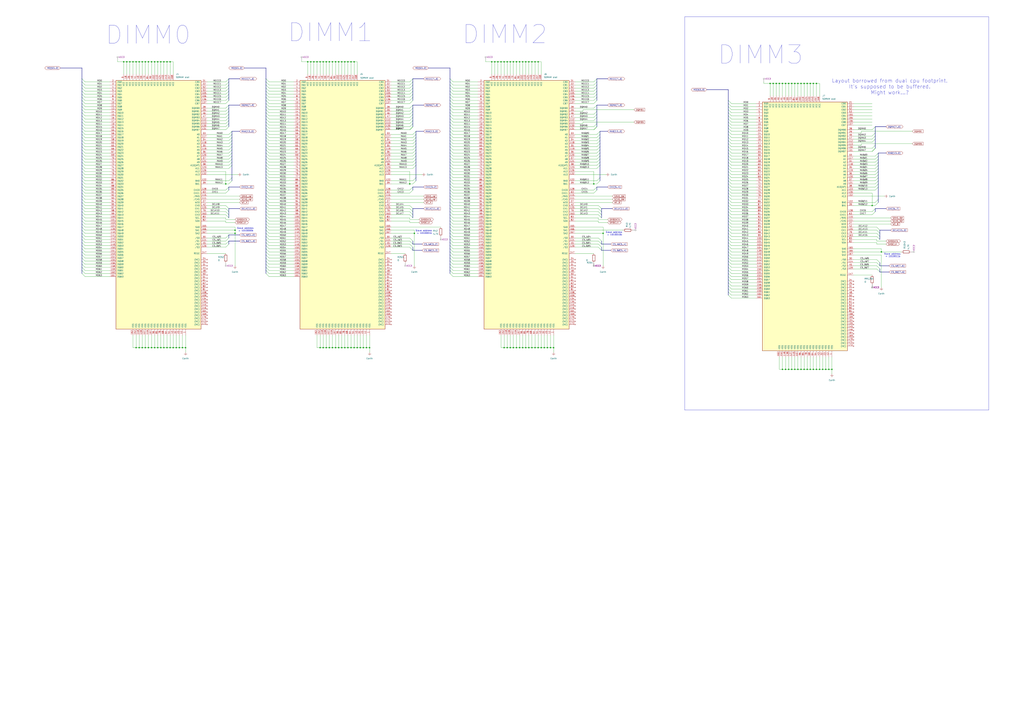
<source format=kicad_sch>
(kicad_sch (version 20231120) (generator "eeschema") (generator_version "8.0")
  (paper "A1")
  (lib_symbols
    (symbol "Device:R" (pin_numbers hide) (pin_names (offset 0))
      (property "Reference" "R" (at 2.032 0 90))
      (property "Value" "R" (at 0 0 90))
      (symbol "R_1_1"
        (pin passive line (at 0 3.81 270) (length 1.27) (name "~") (number "1"))
        (pin passive line (at 0 -3.81 90) (length 1.27) (name "~") (number "2"))
      )
    )
    (symbol "P2-3_era:SDRAM_GENERIC" (pin_names (offset 1.016))
      (property "Reference" "U1" (at -14.732 182.88 0))
      (property "Value" "SDRAM slot" (at -14.732 180.34 0))
      (symbol "SDRAM_GENERIC_1_1"
        (pin power_out line (at 44.45 -53.34 90) (length 5.08) (name "VSS") (number "1"))
        (pin bidirectional line (at -17.78 137.16 0) (length 5.08) (name "DQ7") (number "10"))
        (pin bidirectional line (at -17.78 43.18 0) (length 5.08) (name "DQ44") (number "100"))
        (pin bidirectional line (at -17.78 40.64 0) (length 5.08) (name "DQ45") (number "101"))
        (pin power_in line (at 19.05 161.29 270) (length 5.08) (name "VCC") (number "102"))
        (pin bidirectional line (at -17.78 38.1 0) (length 5.08) (name "DQ46") (number "103"))
        (pin bidirectional line (at -17.78 35.56 0) (length 5.08) (name "DQ47") (number "104"))
        (pin bidirectional line (at 62.23 144.78 180) (length 5.08) (name "CB4") (number "105"))
        (pin bidirectional line (at 62.23 142.24 180) (length 5.08) (name "CB5") (number "106"))
        (pin power_out line (at 16.51 -53.34 90) (length 5.08) (name "VSS") (number "107"))
        (pin no_connect line (at 62.23 -19.05 180) (length 5.08) (name "(NC)") (number "108"))
        (pin no_connect line (at 62.23 -21.59 180) (length 5.08) (name "(NC)") (number "109"))
        (pin bidirectional line (at -17.78 134.62 0) (length 5.08) (name "DQ8") (number "11"))
        (pin power_in line (at 21.59 161.29 270) (length 5.08) (name "VCC") (number "110"))
        (pin input line (at 62.23 58.42 180) (length 5.08) (name "/CAS") (number "111"))
        (pin input line (at 62.23 123.19 180) (length 5.08) (name "DQMB4") (number "112"))
        (pin input line (at 62.23 120.65 180) (length 5.08) (name "DQMB5") (number "113"))
        (pin input line (at 62.23 24.13 180) (length 5.08) (name "/S1") (number "114"))
        (pin input line (at 62.23 60.96 180) (length 5.08) (name "/RAS") (number "115"))
        (pin power_out line (at 13.97 -53.34 90) (length 5.08) (name "VSS") (number "116"))
        (pin input line (at 62.23 109.22 180) (length 5.08) (name "A1") (number "117"))
        (pin input line (at 62.23 104.14 180) (length 5.08) (name "A3") (number "118"))
        (pin input line (at 62.23 99.06 180) (length 5.08) (name "A5") (number "119"))
        (pin power_out line (at 41.91 -53.34 90) (length 5.08) (name "VSS") (number "12"))
        (pin input line (at 62.23 93.98 180) (length 5.08) (name "A7") (number "120"))
        (pin input line (at 62.23 88.9 180) (length 5.08) (name "A9") (number "121"))
        (pin input line (at 62.23 73.66 180) (length 5.08) (name "BA0") (number "122"))
        (pin input line (at 62.23 83.82 180) (length 5.08) (name "A11") (number "123"))
        (pin power_in line (at 24.13 161.29 270) (length 5.08) (name "VCC") (number "124"))
        (pin input line (at 62.23 50.8 180) (length 5.08) (name "CK1") (number "125"))
        (pin input line (at 62.23 81.28 180) (length 5.08) (name "A12") (number "126"))
        (pin power_out line (at 11.43 -53.34 90) (length 5.08) (name "VSS") (number "127"))
        (pin input line (at 62.23 66.04 180) (length 5.08) (name "CKE0") (number "128"))
        (pin input line (at 62.23 19.05 180) (length 5.08) (name "/S3") (number "129"))
        (pin bidirectional line (at -17.78 132.08 0) (length 5.08) (name "DQ9") (number "13"))
        (pin input line (at 62.23 118.11 180) (length 5.08) (name "DQMB6") (number "130"))
        (pin input line (at 62.23 115.57 180) (length 5.08) (name "DQMB7") (number "131"))
        (pin input line (at 62.23 78.74 180) (length 5.08) (name "A13") (number "132"))
        (pin power_in line (at 26.67 161.29 270) (length 5.08) (name "VCC") (number "133"))
        (pin no_connect line (at 62.23 -24.13 180) (length 5.08) (name "(NC)") (number "134"))
        (pin no_connect line (at 62.23 -26.67 180) (length 5.08) (name "(NC)") (number "135"))
        (pin bidirectional line (at 62.23 139.7 180) (length 5.08) (name "CB6") (number "136"))
        (pin bidirectional line (at 62.23 137.16 180) (length 5.08) (name "CB7") (number "137"))
        (pin power_out line (at 8.89 -53.34 90) (length 5.08) (name "VSS") (number "138"))
        (pin bidirectional line (at -17.78 33.02 0) (length 5.08) (name "DQ48") (number "139"))
        (pin bidirectional line (at -17.78 129.54 0) (length 5.08) (name "DQ10") (number "14"))
        (pin bidirectional line (at -17.78 30.48 0) (length 5.08) (name "DQ49") (number "140"))
        (pin bidirectional line (at -17.78 27.94 0) (length 5.08) (name "DQ50") (number "141"))
        (pin bidirectional line (at -17.78 25.4 0) (length 5.08) (name "DQ51") (number "142"))
        (pin power_in line (at 29.21 161.29 270) (length 5.08) (name "VCC") (number "143"))
        (pin bidirectional line (at -17.78 22.86 0) (length 5.08) (name "DQ52") (number "144"))
        (pin no_connect line (at 62.23 -29.21 180) (length 5.08) (name "(NC)") (number "145"))
        (pin no_connect line (at 62.23 -31.75 180) (length 5.08) (name "(NC)") (number "146"))
        (pin power_in line (at 62.23 13.97 180) (length 5.08) (name "REGE") (number "147"))
        (pin power_out line (at 6.35 -53.34 90) (length 5.08) (name "VSS") (number "148"))
        (pin bidirectional line (at -17.78 20.32 0) (length 5.08) (name "DQ53") (number "149"))
        (pin bidirectional line (at -17.78 127 0) (length 5.08) (name "DQ11") (number "15"))
        (pin bidirectional line (at -17.78 17.78 0) (length 5.08) (name "DQ54") (number "150"))
        (pin bidirectional line (at -17.78 15.24 0) (length 5.08) (name "DQ55") (number "151"))
        (pin power_out line (at 3.81 -53.34 90) (length 5.08) (name "VSS") (number "152"))
        (pin bidirectional line (at -17.78 12.7 0) (length 5.08) (name "DQ56") (number "153"))
        (pin bidirectional line (at -17.78 10.16 0) (length 5.08) (name "DQ57") (number "154"))
        (pin bidirectional line (at -17.78 7.62 0) (length 5.08) (name "DQ58") (number "155"))
        (pin bidirectional line (at -17.78 5.08 0) (length 5.08) (name "DQ59") (number "156"))
        (pin power_in line (at 31.75 161.29 270) (length 5.08) (name "VCC") (number "157"))
        (pin bidirectional line (at -17.78 2.54 0) (length 5.08) (name "DQ60") (number "158"))
        (pin bidirectional line (at -17.78 0 0) (length 5.08) (name "DQ61") (number "159"))
        (pin bidirectional line (at -17.78 124.46 0) (length 5.08) (name "DQ12") (number "16"))
        (pin bidirectional line (at -17.78 -2.54 0) (length 5.08) (name "DQ62") (number "160"))
        (pin bidirectional line (at -17.78 -5.08 0) (length 5.08) (name "DQ63") (number "161"))
        (pin power_out line (at 1.27 -53.34 90) (length 5.08) (name "VSS") (number "162"))
        (pin input line (at 62.23 45.72 180) (length 5.08) (name "CK3") (number "163"))
        (pin no_connect line (at 62.23 -34.29 180) (length 5.08) (name "(NC)") (number "164"))
        (pin unspecified line (at 62.23 35.56 180) (length 5.08) (name "SA0") (number "165"))
        (pin unspecified line (at 62.23 33.02 180) (length 5.08) (name "SA1") (number "166"))
        (pin unspecified line (at 62.23 30.48 180) (length 5.08) (name "SA2") (number "167"))
        (pin power_in line (at 34.29 161.29 270) (length 5.08) (name "VCC") (number "168"))
        (pin no_connect line (at 62.23 -36.83 180) (length 5.08) (name "(NC)") (number "169"))
        (pin bidirectional line (at -17.78 121.92 0) (length 5.08) (name "DQ13") (number "17"))
        (pin no_connect line (at 62.23 -39.37 180) (length 5.08) (name "(NC)") (number "170"))
        (pin no_connect line (at 62.23 -41.91 180) (length 5.08) (name "(NC)") (number "171"))
        (pin no_connect line (at 62.23 -44.45 180) (length 5.08) (name "(NC)") (number "172"))
        (pin power_in line (at -3.81 161.29 270) (length 5.08) (name "VCC") (number "18"))
        (pin bidirectional line (at -17.78 119.38 0) (length 5.08) (name "DQ14") (number "19"))
        (pin bidirectional line (at -17.78 154.94 0) (length 5.08) (name "DQ0") (number "2"))
        (pin bidirectional line (at -17.78 116.84 0) (length 5.08) (name "DQ15") (number "20"))
        (pin bidirectional line (at 62.23 154.94 180) (length 5.08) (name "CB0") (number "21"))
        (pin bidirectional line (at 62.23 152.4 180) (length 5.08) (name "CB1") (number "22"))
        (pin power_out line (at 39.37 -53.34 90) (length 5.08) (name "VSS") (number "23"))
        (pin no_connect line (at 62.23 8.89 180) (length 5.08) (name "(NC)") (number "24"))
        (pin no_connect line (at 62.23 6.35 180) (length 5.08) (name "(NC)") (number "25"))
        (pin power_in line (at -1.27 161.29 270) (length 5.08) (name "VCC") (number "26"))
        (pin input line (at 62.23 55.88 180) (length 5.08) (name "WE0") (number "27"))
        (pin input line (at 62.23 133.35 180) (length 5.08) (name "DQMB0") (number "28"))
        (pin input line (at 62.23 130.81 180) (length 5.08) (name "DQMB1") (number "29"))
        (pin bidirectional line (at -17.78 152.4 0) (length 5.08) (name "DQ1") (number "3"))
        (pin input line (at 62.23 26.67 180) (length 5.08) (name "/S0") (number "30"))
        (pin no_connect line (at 62.23 3.81 180) (length 5.08) (name "(NC)") (number "31"))
        (pin power_out line (at 36.83 -53.34 90) (length 5.08) (name "VSS") (number "32"))
        (pin input line (at 62.23 111.76 180) (length 5.08) (name "A0") (number "33"))
        (pin input line (at 62.23 106.68 180) (length 5.08) (name "A2") (number "34"))
        (pin input line (at 62.23 101.6 180) (length 5.08) (name "A4") (number "35"))
        (pin input line (at 62.23 96.52 180) (length 5.08) (name "A6") (number "36"))
        (pin input line (at 62.23 91.44 180) (length 5.08) (name "A8") (number "37"))
        (pin input line (at 62.23 86.36 180) (length 5.08) (name "A10(AP)") (number "38"))
        (pin input line (at 62.23 71.12 180) (length 5.08) (name "BA1") (number "39"))
        (pin bidirectional line (at -17.78 149.86 0) (length 5.08) (name "DQ2") (number "4"))
        (pin power_in line (at 1.27 161.29 270) (length 5.08) (name "VCC") (number "40"))
        (pin power_in line (at 3.81 161.29 270) (length 5.08) (name "VCC") (number "41"))
        (pin input line (at 62.23 53.34 180) (length 5.08) (name "CK0") (number "42"))
        (pin power_out line (at 34.29 -53.34 90) (length 5.08) (name "VSS") (number "43"))
        (pin no_connect line (at 62.23 1.27 180) (length 5.08) (name "(NC)") (number "44"))
        (pin input line (at 62.23 21.59 180) (length 5.08) (name "/S2") (number "45"))
        (pin input line (at 62.23 128.27 180) (length 5.08) (name "DQMB2") (number "46"))
        (pin input line (at 62.23 125.73 180) (length 5.08) (name "DQMB3") (number "47"))
        (pin unspecified line (at 62.23 -1.27 180) (length 5.08) (name "(NC)") (number "48"))
        (pin power_in line (at 6.35 161.29 270) (length 5.08) (name "VCC") (number "49"))
        (pin bidirectional line (at -17.78 147.32 0) (length 5.08) (name "DQ3") (number "5"))
        (pin no_connect line (at 62.23 -3.81 180) (length 5.08) (name "(NC)") (number "50"))
        (pin no_connect line (at 62.23 -6.35 180) (length 5.08) (name "(NC)") (number "51"))
        (pin bidirectional line (at 62.23 149.86 180) (length 5.08) (name "CB2") (number "52"))
        (pin bidirectional line (at 62.23 147.32 180) (length 5.08) (name "CB3") (number "53"))
        (pin power_out line (at 31.75 -53.34 90) (length 5.08) (name "VSS") (number "54"))
        (pin bidirectional line (at -17.78 114.3 0) (length 5.08) (name "DQ16") (number "55"))
        (pin bidirectional line (at -17.78 111.76 0) (length 5.08) (name "DQ17") (number "56"))
        (pin bidirectional line (at -17.78 109.22 0) (length 5.08) (name "DQ18") (number "57"))
        (pin bidirectional line (at -17.78 106.68 0) (length 5.08) (name "DQ19") (number "58"))
        (pin power_in line (at 8.89 161.29 270) (length 5.08) (name "VCC") (number "59"))
        (pin power_in line (at -6.35 161.29 270) (length 5.08) (name "VCC") (number "6"))
        (pin bidirectional line (at -17.78 104.14 0) (length 5.08) (name "DQ20") (number "60"))
        (pin no_connect line (at 62.23 -8.89 180) (length 5.08) (name "(NC)") (number "61"))
        (pin no_connect line (at 62.23 -11.43 180) (length 5.08) (name "(NC)") (number "62"))
        (pin input line (at 62.23 63.5 180) (length 5.08) (name "CKE1") (number "63"))
        (pin power_out line (at 29.21 -53.34 90) (length 5.08) (name "VSS") (number "64"))
        (pin bidirectional line (at -17.78 101.6 0) (length 5.08) (name "DQ21") (number "65"))
        (pin bidirectional line (at -17.78 99.06 0) (length 5.08) (name "DQ22") (number "66"))
        (pin bidirectional line (at -17.78 96.52 0) (length 5.08) (name "DQ23") (number "67"))
        (pin power_out line (at 26.67 -53.34 90) (length 5.08) (name "VSS") (number "68"))
        (pin bidirectional line (at -17.78 93.98 0) (length 5.08) (name "DQ24") (number "69"))
        (pin bidirectional line (at -17.78 144.78 0) (length 5.08) (name "DQ4") (number "7"))
        (pin bidirectional line (at -17.78 91.44 0) (length 5.08) (name "DQ25") (number "70"))
        (pin bidirectional line (at -17.78 88.9 0) (length 5.08) (name "DQ26") (number "71"))
        (pin bidirectional line (at -17.78 86.36 0) (length 5.08) (name "DQ27") (number "72"))
        (pin power_in line (at 11.43 161.29 270) (length 5.08) (name "VCC") (number "73"))
        (pin bidirectional line (at -17.78 83.82 0) (length 5.08) (name "DQ28") (number "74"))
        (pin bidirectional line (at -17.78 81.28 0) (length 5.08) (name "DQ29") (number "75"))
        (pin bidirectional line (at -17.78 78.74 0) (length 5.08) (name "DQ30") (number "76"))
        (pin bidirectional line (at -17.78 76.2 0) (length 5.08) (name "DQ31") (number "77"))
        (pin power_out line (at 24.13 -53.34 90) (length 5.08) (name "VSS") (number "78"))
        (pin input line (at 62.23 48.26 180) (length 5.08) (name "CK2") (number "79"))
        (pin bidirectional line (at -17.78 142.24 0) (length 5.08) (name "DQ5") (number "8"))
        (pin no_connect line (at 62.23 -13.97 180) (length 5.08) (name "(NC)") (number "80"))
        (pin no_connect line (at 62.23 -16.51 180) (length 5.08) (name "(NC)") (number "81"))
        (pin bidirectional line (at 62.23 40.64 180) (length 5.08) (name "SDA") (number "82"))
        (pin bidirectional line (at 62.23 43.18 180) (length 5.08) (name "SCL") (number "83"))
        (pin power_in line (at 13.97 161.29 270) (length 5.08) (name "VCC") (number "84"))
        (pin power_out line (at 21.59 -53.34 90) (length 5.08) (name "VSS") (number "85"))
        (pin bidirectional line (at -17.78 73.66 0) (length 5.08) (name "DQ32") (number "86"))
        (pin bidirectional line (at -17.78 71.12 0) (length 5.08) (name "DQ33") (number "87"))
        (pin bidirectional line (at -17.78 68.58 0) (length 5.08) (name "DQ34") (number "88"))
        (pin bidirectional line (at -17.78 66.04 0) (length 5.08) (name "DQ35") (number "89"))
        (pin bidirectional line (at -17.78 139.7 0) (length 5.08) (name "DQ6") (number "9"))
        (pin power_in line (at 16.51 161.29 270) (length 5.08) (name "VCC") (number "90"))
        (pin bidirectional line (at -17.78 63.5 0) (length 5.08) (name "DQ36") (number "91"))
        (pin bidirectional line (at -17.78 60.96 0) (length 5.08) (name "DQ37") (number "92"))
        (pin bidirectional line (at -17.78 58.42 0) (length 5.08) (name "DQ38") (number "93"))
        (pin bidirectional line (at -17.78 55.88 0) (length 5.08) (name "DQ39") (number "94"))
        (pin bidirectional line (at -17.78 53.34 0) (length 5.08) (name "DQ40") (number "95"))
        (pin power_out line (at 19.05 -53.34 90) (length 5.08) (name "VSS") (number "96"))
        (pin bidirectional line (at -17.78 50.8 0) (length 5.08) (name "DQ41") (number "97"))
        (pin bidirectional line (at -17.78 48.26 0) (length 5.08) (name "DQ42") (number "98"))
        (pin bidirectional line (at -17.78 45.72 0) (length 5.08) (name "DQ43") (number "99"))
      )
    )
    (symbol "power:Earth" (power) (pin_numbers hide) (pin_names (offset 0) hide)
      (property "Value" "Earth" (at 0 -3.81 0))
      (symbol "Earth_1_1"
        (pin power_in line (at 0 0 270) (length 0) (name "~") (number "1"))
      )
    )
  )
  (junction (at 657.86 68.58))
  (junction (at 431.8 285.75))
  (junction (at 280.67 285.75))
  (junction (at 262.89 285.75))
  (junction (at 111.76 285.75))
  (junction (at 270.51 285.75))
  (junction (at 298.45 285.75))
  (junction (at 716.28 168.91))
  (junction (at 129.54 50.8))
  (junction (at 655.32 68.58))
  (junction (at 280.67 50.8))
  (junction (at 127 50.8))
  (junction (at 662.94 68.58))
  (junction (at 121.92 285.75))
  (junction (at 267.97 285.75))
  (junction (at 139.7 50.8))
  (junction (at 265.43 50.8))
  (junction (at 278.13 50.8))
  (junction (at 495.3 191.77))
  (junction (at 670.56 68.58))
  (junction (at 434.34 285.75))
  (junction (at 637.54 68.58))
  (junction (at 414.02 50.8))
  (junction (at 434.34 50.8))
  (junction (at 290.83 50.8))
  (junction (at 431.8 50.8))
  (junction (at 429.26 50.8))
  (junction (at 411.48 50.8))
  (junction (at 288.29 285.75))
  (junction (at 114.3 50.8))
  (junction (at 114.3 285.75))
  (junction (at 668.02 303.53))
  (junction (at 340.36 191.77))
  (junction (at 650.24 303.53))
  (junction (at 441.96 285.75))
  (junction (at 111.76 50.8))
  (junction (at 260.35 50.8))
  (junction (at 265.43 285.75))
  (junction (at 414.02 285.75))
  (junction (at 424.18 50.8))
  (junction (at 645.16 68.58))
  (junction (at 452.12 285.75))
  (junction (at 152.4 285.75))
  (junction (at 267.97 50.8))
  (junction (at 660.4 303.53))
  (junction (at 675.64 303.53))
  (junction (at 109.22 50.8))
  (junction (at 275.59 50.8))
  (junction (at 142.24 285.75))
  (junction (at 416.56 285.75))
  (junction (at 454.66 285.75))
  (junction (at 642.62 303.53))
  (junction (at 193.04 191.77))
  (junction (at 652.78 303.53))
  (junction (at 652.78 68.58))
  (junction (at 293.37 285.75))
  (junction (at 285.75 50.8))
  (junction (at 665.48 303.53))
  (junction (at 273.05 285.75))
  (junction (at 149.86 285.75))
  (junction (at 285.75 285.75))
  (junction (at 185.42 151.13))
  (junction (at 655.32 303.53))
  (junction (at 426.72 285.75))
  (junction (at 640.08 68.58))
  (junction (at 635 68.58))
  (junction (at 255.27 50.8))
  (junction (at 147.32 285.75))
  (junction (at 441.96 50.8))
  (junction (at 121.92 50.8))
  (junction (at 252.73 50.8))
  (junction (at 683.26 303.53))
  (junction (at 119.38 285.75))
  (junction (at 647.7 303.53))
  (junction (at 303.53 285.75))
  (junction (at 424.18 285.75))
  (junction (at 116.84 285.75))
  (junction (at 270.51 50.8))
  (junction (at 336.55 151.13))
  (junction (at 421.64 285.75))
  (junction (at 257.81 50.8))
  (junction (at 283.21 50.8))
  (junction (at 139.7 285.75))
  (junction (at 647.7 68.58))
  (junction (at 632.46 68.58))
  (junction (at 673.1 303.53))
  (junction (at 288.29 50.8))
  (junction (at 447.04 285.75))
  (junction (at 116.84 50.8))
  (junction (at 104.14 50.8))
  (junction (at 124.46 50.8))
  (junction (at 662.94 303.53))
  (junction (at 416.56 50.8))
  (junction (at 144.78 285.75))
  (junction (at 119.38 50.8))
  (junction (at 273.05 50.8))
  (junction (at 642.62 68.58))
  (junction (at 436.88 50.8))
  (junction (at 134.62 285.75))
  (junction (at 650.24 68.58))
  (junction (at 429.26 285.75))
  (junction (at 680.72 303.53))
  (junction (at 419.1 285.75))
  (junction (at 487.68 151.13))
  (junction (at 300.99 285.75))
  (junction (at 444.5 285.75))
  (junction (at 665.48 68.58))
  (junction (at 132.08 285.75))
  (junction (at 657.86 303.53))
  (junction (at 678.18 303.53))
  (junction (at 295.91 285.75))
  (junction (at 137.16 285.75))
  (junction (at 421.64 50.8))
  (junction (at 290.83 285.75))
  (junction (at 106.68 50.8))
  (junction (at 127 285.75))
  (junction (at 132.08 50.8))
  (junction (at 193.04 189.23))
  (junction (at 645.16 303.53))
  (junction (at 449.58 285.75))
  (junction (at 278.13 285.75))
  (junction (at 283.21 285.75))
  (junction (at 439.42 50.8))
  (junction (at 137.16 50.8))
  (junction (at 419.1 50.8))
  (junction (at 660.4 68.58))
  (junction (at 129.54 285.75))
  (junction (at 408.94 50.8))
  (junction (at 723.9 207.01))
  (junction (at 101.6 50.8))
  (junction (at 406.4 50.8))
  (junction (at 670.56 303.53))
  (junction (at 403.86 50.8))
  (junction (at 262.89 50.8))
  (junction (at 275.59 285.75))
  (junction (at 124.46 285.75))
  (junction (at 439.42 285.75))
  (junction (at 668.02 68.58))
  (junction (at 134.62 50.8))
  (junction (at 426.72 50.8))
  (junction (at 436.88 285.75))
  (bus_entry (at 67.31 209.55) (size 2.54 2.54))
  (bus_entry (at 185.42 69.85) (size 2.54 -2.54))
  (bus_entry (at 718.82 156.21) (size 2.54 -2.54))
  (bus_entry (at 720.09 213.36) (size 2.54 2.54))
  (bus_entry (at 598.17 204.47) (size 2.54 2.54))
  (bus_entry (at 218.44 176.53) (size 2.54 2.54))
  (bus_entry (at 336.55 69.85) (size 2.54 -2.54))
  (bus_entry (at 369.57 191.77) (size 2.54 2.54))
  (bus_entry (at 718.82 146.05) (size 2.54 -2.54))
  (bus_entry (at 67.31 199.39) (size 2.54 2.54))
  (bus_entry (at 598.17 82.55) (size 2.54 2.54))
  (bus_entry (at 598.17 118.11) (size 2.54 2.54))
  (bus_entry (at 598.17 201.93) (size 2.54 2.54))
  (bus_entry (at 218.44 128.27) (size 2.54 2.54))
  (bus_entry (at 218.44 105.41) (size 2.54 2.54))
  (bus_entry (at 598.17 217.17) (size 2.54 2.54))
  (bus_entry (at 598.17 161.29) (size 2.54 2.54))
  (bus_entry (at 67.31 207.01) (size 2.54 2.54))
  (bus_entry (at 336.55 176.53) (size 2.54 2.54))
  (bus_entry (at 598.17 85.09) (size 2.54 2.54))
  (bus_entry (at 598.17 232.41) (size 2.54 2.54))
  (bus_entry (at 598.17 222.25) (size 2.54 2.54))
  (bus_entry (at 369.57 87.63) (size 2.54 2.54))
  (bus_entry (at 369.57 224.79) (size 2.54 2.54))
  (bus_entry (at 218.44 191.77) (size 2.54 2.54))
  (bus_entry (at 339.09 151.13) (size 2.54 -2.54))
  (bus_entry (at 67.31 146.05) (size 2.54 2.54))
  (bus_entry (at 185.42 101.6) (size 2.54 -2.54))
  (bus_entry (at 598.17 158.75) (size 2.54 2.54))
  (bus_entry (at 218.44 64.77) (size 2.54 2.54))
  (bus_entry (at 598.17 130.81) (size 2.54 2.54))
  (bus_entry (at 67.31 168.91) (size 2.54 2.54))
  (bus_entry (at 490.22 113.03) (size 2.54 -2.54))
  (bus_entry (at 187.96 113.03) (size 2.54 -2.54))
  (bus_entry (at 487.68 77.47) (size 2.54 -2.54))
  (bus_entry (at 339.09 120.65) (size 2.54 -2.54))
  (bus_entry (at 716.28 106.68) (size 2.54 -2.54))
  (bus_entry (at 67.31 110.49) (size 2.54 2.54))
  (bus_entry (at 218.44 224.79) (size 2.54 2.54))
  (bus_entry (at 487.68 93.98) (size 2.54 -2.54))
  (bus_entry (at 218.44 95.25) (size 2.54 2.54))
  (bus_entry (at 490.22 151.13) (size 2.54 -2.54))
  (bus_entry (at 369.57 67.31) (size 2.54 2.54))
  (bus_entry (at 185.42 67.31) (size 2.54 -2.54))
  (bus_entry (at 598.17 181.61) (size 2.54 2.54))
  (bus_entry (at 718.82 140.97) (size 2.54 -2.54))
  (bus_entry (at 491.49 203.2) (size 2.54 2.54))
  (bus_entry (at 598.17 196.85) (size 2.54 2.54))
  (bus_entry (at 185.42 88.9) (size 2.54 -2.54))
  (bus_entry (at 336.55 80.01) (size 2.54 -2.54))
  (bus_entry (at 218.44 199.39) (size 2.54 2.54))
  (bus_entry (at 187.96 125.73) (size 2.54 -2.54))
  (bus_entry (at 369.57 156.21) (size 2.54 2.54))
  (bus_entry (at 487.68 80.01) (size 2.54 -2.54))
  (bus_entry (at 185.42 93.98) (size 2.54 -2.54))
  (bus_entry (at 598.17 212.09) (size 2.54 2.54))
  (bus_entry (at 185.42 171.45) (size 2.54 2.54))
  (bus_entry (at 187.96 118.11) (size 2.54 -2.54))
  (bus_entry (at 67.31 107.95) (size 2.54 2.54))
  (bus_entry (at 185.42 99.06) (size 2.54 -2.54))
  (bus_entry (at 67.31 156.21) (size 2.54 2.54))
  (bus_entry (at 218.44 118.11) (size 2.54 2.54))
  (bus_entry (at 67.31 212.09) (size 2.54 2.54))
  (bus_entry (at 67.31 95.25) (size 2.54 2.54))
  (bus_entry (at 185.42 173.99) (size 2.54 2.54))
  (bus_entry (at 716.28 176.53) (size 2.54 -2.54))
  (bus_entry (at 218.44 77.47) (size 2.54 2.54))
  (bus_entry (at 218.44 80.01) (size 2.54 2.54))
  (bus_entry (at 218.44 179.07) (size 2.54 2.54))
  (bus_entry (at 490.22 118.11) (size 2.54 -2.54))
  (bus_entry (at 598.17 135.89) (size 2.54 2.54))
  (bus_entry (at 598.17 113.03) (size 2.54 2.54))
  (bus_entry (at 218.44 204.47) (size 2.54 2.54))
  (bus_entry (at 187.96 135.89) (size 2.54 -2.54))
  (bus_entry (at 339.09 128.27) (size 2.54 -2.54))
  (bus_entry (at 218.44 158.75) (size 2.54 2.54))
  (bus_entry (at 187.96 148.59) (size 2.54 -2.54))
  (bus_entry (at 336.55 198.12) (size 2.54 2.54))
  (bus_entry (at 598.17 209.55) (size 2.54 2.54))
  (bus_entry (at 218.44 100.33) (size 2.54 2.54))
  (bus_entry (at 218.44 130.81) (size 2.54 2.54))
  (bus_entry (at 369.57 95.25) (size 2.54 2.54))
  (bus_entry (at 67.31 201.93) (size 2.54 2.54))
  (bus_entry (at 185.42 156.21) (size 2.54 -2.54))
  (bus_entry (at 716.28 114.3) (size 2.54 -2.54))
  (bus_entry (at 218.44 140.97) (size 2.54 2.54))
  (bus_entry (at 598.17 143.51) (size 2.54 2.54))
  (bus_entry (at 716.28 173.99) (size 2.54 -2.54))
  (bus_entry (at 369.57 77.47) (size 2.54 2.54))
  (bus_entry (at 718.82 133.35) (size 2.54 -2.54))
  (bus_entry (at 487.68 88.9) (size 2.54 -2.54))
  (bus_entry (at 369.57 212.09) (size 2.54 2.54))
  (bus_entry (at 218.44 146.05) (size 2.54 2.54))
  (bus_entry (at 487.68 106.68) (size 2.54 -2.54))
  (bus_entry (at 218.44 184.15) (size 2.54 2.54))
  (bus_entry (at 218.44 110.49) (size 2.54 2.54))
  (bus_entry (at 598.17 105.41) (size 2.54 2.54))
  (bus_entry (at 598.17 163.83) (size 2.54 2.54))
  (bus_entry (at 185.42 80.01) (size 2.54 -2.54))
  (bus_entry (at 598.17 97.79) (size 2.54 2.54))
  (bus_entry (at 491.49 168.91) (size 2.54 2.54))
  (bus_entry (at 67.31 67.31) (size 2.54 2.54))
  (bus_entry (at 490.22 125.73) (size 2.54 -2.54))
  (bus_entry (at 598.17 146.05) (size 2.54 2.54))
  (bus_entry (at 487.68 106.68) (size 2.54 -2.54))
  (bus_entry (at 598.17 207.01) (size 2.54 2.54))
  (bus_entry (at 369.57 90.17) (size 2.54 2.54))
  (bus_entry (at 218.44 107.95) (size 2.54 2.54))
  (bus_entry (at 716.28 124.46) (size 2.54 -2.54))
  (bus_entry (at 598.17 179.07) (size 2.54 2.54))
  (bus_entry (at 487.68 85.09) (size 2.54 -2.54))
  (bus_entry (at 598.17 184.15) (size 2.54 2.54))
  (bus_entry (at 67.31 148.59) (size 2.54 2.54))
  (bus_entry (at 369.57 113.03) (size 2.54 2.54))
  (bus_entry (at 336.55 77.47) (size 2.54 -2.54))
  (bus_entry (at 218.44 219.71) (size 2.54 2.54))
  (bus_entry (at 218.44 201.93) (size 2.54 2.54))
  (bus_entry (at 339.09 130.81) (size 2.54 -2.54))
  (bus_entry (at 185.42 198.12) (size 2.54 -2.54))
  (bus_entry (at 185.42 106.68) (size 2.54 -2.54))
  (bus_entry (at 369.57 181.61) (size 2.54 2.54))
  (bus_entry (at 598.17 240.03) (size 2.54 2.54))
  (bus_entry (at 598.17 151.13) (size 2.54 2.54))
  (bus_entry (at 598.17 156.21) (size 2.54 2.54))
  (bus_entry (at 369.57 138.43) (size 2.54 2.54))
  (bus_entry (at 67.31 85.09) (size 2.54 2.54))
  (bus_entry (at 336.55 67.31) (size 2.54 -2.54))
  (bus_entry (at 369.57 204.47) (size 2.54 2.54))
  (bus_entry (at 187.96 138.43) (size 2.54 -2.54))
  (bus_entry (at 185.42 203.2) (size 2.54 -2.54))
  (bus_entry (at 339.09 113.03) (size 2.54 -2.54))
  (bus_entry (at 369.57 179.07) (size 2.54 2.54))
  (bus_entry (at 598.17 107.95) (size 2.54 2.54))
  (bus_entry (at 218.44 72.39) (size 2.54 2.54))
  (bus_entry (at 598.17 199.39) (size 2.54 2.54))
  (bus_entry (at 369.57 168.91) (size 2.54 2.54))
  (bus_entry (at 185.42 72.39) (size 2.54 -2.54))
  (bus_entry (at 339.09 118.11) (size 2.54 -2.54))
  (bus_entry (at 67.31 135.89) (size 2.54 2.54))
  (bus_entry (at 218.44 214.63) (size 2.54 2.54))
  (bus_entry (at 718.82 130.81) (size 2.54 -2.54))
  (bus_entry (at 67.31 118.11) (size 2.54 2.54))
  (bus_entry (at 185.42 74.93) (size 2.54 -2.54))
  (bus_entry (at 218.44 115.57) (size 2.54 2.54))
  (bus_entry (at 67.31 115.57) (size 2.54 2.54))
  (bus_entry (at 491.49 200.66) (size 2.54 2.54))
  (bus_entry (at 218.44 181.61) (size 2.54 2.54))
  (bus_entry (at 218.44 113.03) (size 2.54 2.54))
  (bus_entry (at 218.44 186.69) (size 2.54 2.54))
  (bus_entry (at 487.68 72.39) (size 2.54 -2.54))
  (bus_entry (at 369.57 107.95) (size 2.54 2.54))
  (bus_entry (at 487.68 96.52) (size 2.54 -2.54))
  (bus_entry (at 598.17 92.71) (size 2.54 2.54))
  (bus_entry (at 218.44 209.55) (size 2.54 2.54))
  (bus_entry (at 598.17 242.57) (size 2.54 2.54))
  (bus_entry (at 67.31 97.79) (size 2.54 2.54))
  (bus_entry (at 598.17 224.79) (size 2.54 2.54))
  (bus_entry (at 336.55 72.39) (size 2.54 -2.54))
  (bus_entry (at 67.31 224.79) (size 2.54 2.54))
  (bus_entry (at 598.17 237.49) (size 2.54 2.54))
  (bus_entry (at 369.57 196.85) (size 2.54 2.54))
  (bus_entry (at 369.57 214.63) (size 2.54 2.54))
  (bus_entry (at 185.42 85.09) (size 2.54 -2.54))
  (bus_entry (at 720.09 194.31) (size 2.54 2.54))
  (bus_entry (at 369.57 219.71) (size 2.54 2.54))
  (bus_entry (at 185.42 200.66) (size 2.54 -2.54))
  (bus_entry (at 487.68 158.75) (size 2.54 -2.54))
  (bus_entry (at 218.44 168.91) (size 2.54 2.54))
  (bus_entry (at 369.57 130.81) (size 2.54 2.54))
  (bus_entry (at 339.09 123.19) (size 2.54 -2.54))
  (bus_entry (at 336.55 203.2) (size 2.54 2.54))
  (bus_entry (at 185.42 158.75) (size 2.54 -2.54))
  (bus_entry (at 336.55 171.45) (size 2.54 2.54))
  (bus_entry (at 218.44 196.85) (size 2.54 2.54))
  (bus_entry (at 598.17 110.49) (size 2.54 2.54))
  (bus_entry (at 490.22 128.27) (size 2.54 -2.54))
  (bus_entry (at 187.96 133.35) (size 2.54 -2.54))
  (bus_entry (at 369.57 173.99) (size 2.54 2.54))
  (bus_entry (at 490.22 110.49) (size 2.54 -2.54))
  (bus_entry (at 491.49 171.45) (size 2.54 2.54))
  (bus_entry (at 67.31 194.31) (size 2.54 2.54))
  (bus_entry (at 369.57 80.01) (size 2.54 2.54))
  (bus_entry (at 218.44 102.87) (size 2.54 2.54))
  (bus_entry (at 339.09 138.43) (size 2.54 -2.54))
  (bus_entry (at 67.31 176.53) (size 2.54 2.54))
  (bus_entry (at 67.31 143.51) (size 2.54 2.54))
  (bus_entry (at 67.31 64.77) (size 2.54 2.54))
  (bus_entry (at 67.31 80.01) (size 2.54 2.54))
  (bus_entry (at 720.09 189.23) (size 2.54 2.54))
  (bus_entry (at 67.31 196.85) (size 2.54 2.54))
  (bus_entry (at 67.31 90.17) (size 2.54 2.54))
  (bus_entry (at 598.17 219.71) (size 2.54 2.54))
  (bus_entry (at 369.57 153.67) (size 2.54 2.54))
  (bus_entry (at 218.44 120.65) (size 2.54 2.54))
  (bus_entry (at 336.55 200.66) (size 2.54 2.54))
  (bus_entry (at 185.42 77.47) (size 2.54 -2.54))
  (bus_entry (at 369.57 171.45) (size 2.54 2.54))
  (bus_entry (at 67.31 123.19) (size 2.54 2.54))
  (bus_entry (at 369.57 158.75) (size 2.54 2.54))
  (bus_entry (at 218.44 217.17) (size 2.54 2.54))
  (bus_entry (at 336.55 173.99) (size 2.54 2.54))
  (bus_entry (at 491.49 176.53) (size 2.54 2.54))
  (bus_entry (at 369.57 85.09) (size 2.54 2.54))
  (bus_entry (at 369.57 209.55) (size 2.54 2.54))
  (bus_entry (at 720.09 191.77) (size 2.54 2.54))
  (bus_entry (at 598.17 191.77) (size 2.54 2.54))
  (bus_entry (at 369.57 148.59) (size 2.54 2.54))
  (bus_entry (at 369.57 64.77) (size 2.54 2.54))
  (bus_entry (at 720.09 186.69) (size 2.54 2.54))
  (bus_entry (at 187.96 130.81) (size 2.54 -2.54))
  (bus_entry (at 67.31 105.41) (size 2.54 2.54))
  (bus_entry (at 369.57 184.15) (size 2.54 2.54))
  (bus_entry (at 598.17 153.67) (size 2.54 2.54))
  (bus_entry (at 67.31 161.29) (size 2.54 2.54))
  (bus_entry (at 716.28 116.84) (size 2.54 -2.54))
  (bus_entry (at 369.57 140.97) (size 2.54 2.54))
  (bus_entry (at 369.57 118.11) (size 2.54 2.54))
  (bus_entry (at 369.57 199.39) (size 2.54 2.54))
  (bus_entry (at 67.31 158.75) (size 2.54 2.54))
  (bus_entry (at 369.57 133.35) (size 2.54 2.54))
  (bus_entry (at 369.57 100.33) (size 2.54 2.54))
  (bus_entry (at 336.55 195.58) (size 2.54 2.54))
  (bus_entry (at 369.57 128.27) (size 2.54 2.54))
  (bus_entry (at 336.55 106.68) (size 2.54 -2.54))
  (bus_entry (at 67.31 189.23) (size 2.54 2.54))
  (bus_entry (at 218.44 194.31) (size 2.54 2.54))
  (bus_entry (at 218.44 173.99) (size 2.54 2.54))
  (bus_entry (at 598.17 140.97) (size 2.54 2.54))
  (bus_entry (at 718.82 128.27) (size 2.54 -2.54))
  (bus_entry (at 218.44 156.21) (size 2.54 2.54))
  (bus_entry (at 598.17 234.95) (size 2.54 2.54))
  (bus_entry (at 218.44 90.17) (size 2.54 2.54))
  (bus_entry (at 67.31 171.45) (size 2.54 2.54))
  (bus_entry (at 718.82 138.43) (size 2.54 -2.54))
  (bus_entry (at 490.22 148.59) (size 2.54 -2.54))
  (bus_entry (at 187.96 115.57) (size 2.54 -2.54))
  (bus_entry (at 369.57 115.57) (size 2.54 2.54))
  (bus_entry (at 187.96 123.19) (size 2.54 -2.54))
  (bus_entry (at 491.49 195.58) (size 2.54 2.54))
  (bus_entry (at 67.31 120.65) (size 2.54 2.54))
  (bus_entry (at 218.44 163.83) (size 2.54 2.54))
  (bus_entry (at 336.55 85.09) (size 2.54 -2.54))
  (bus_entry (at 369.57 123.19) (size 2.54 2.54))
  (bus_entry (at 67.31 181.61) (size 2.54 2.54))
  (bus_entry (at 67.31 186.69) (size 2.54 2.54))
  (bus_entry (at 718.82 135.89) (size 2.54 -2.54))
  (bus_entry (at 218.44 189.23) (size 2.54 2.54))
  (bus_entry (at 218.44 67.31) (size 2.54 2.54))
  (bus_entry (at 218.44 92.71) (size 2.54 2.54))
  (bus_entry (at 598.17 176.53) (size 2.54 2.54))
  (bus_entry (at 185.42 195.58) (size 2.54 -2.54))
  (bus_entry (at 487.68 69.85) (size 2.54 -2.54))
  (bus_entry (at 598.17 90.17) (size 2.54 2.54))
  (bus_entry (at 491.49 173.99) (size 2.54 2.54))
  (bus_entry (at 218.44 151.13) (size 2.54 2.54))
  (bus_entry (at 369.57 201.93) (size 2.54 2.54))
  (bus_entry (at 598.17 194.31) (size 2.54 2.54))
  (bus_entry (at 218.44 82.55) (size 2.54 2.54))
  (bus_entry (at 67.31 191.77) (size 2.54 2.54))
  (bus_entry (at 490.22 138.43) (size 2.54 -2.54))
  (bus_entry (at 369.57 207.01) (size 2.54 2.54))
  (bus_entry (at 598.17 214.63) (size 2.54 2.54))
  (bus_entry (at 369.57 194.31) (size 2.54 2.54))
  (bus_entry (at 218.44 143.51) (size 2.54 2.54))
  (bus_entry (at 598.17 227.33) (size 2.54 2.54))
  (bus_entry (at 487.68 156.21) (size 2.54 -2.54))
  (bus_entry (at 67.31 77.47) (size 2.54 2.54))
  (bus_entry (at 218.44 123.19) (size 2.54 2.54))
  (bus_entry (at 67.31 222.25) (size 2.54 2.54))
  (bus_entry (at 67.31 82.55) (size 2.54 2.54))
  (bus_entry (at 598.17 128.27) (size 2.54 2.54))
  (bus_entry (at 369.57 176.53) (size 2.54 2.54))
  (bus_entry (at 491.49 198.12) (size 2.54 2.54))
  (bus_entry (at 369.57 69.85) (size 2.54 2.54))
  (bus_entry (at 718.82 151.13) (size 2.54 -2.54))
  (bus_entry (at 487.68 74.93) (size 2.54 -2.54))
  (bus_entry (at 67.31 217.17) (size 2.54 2.54))
  (bus_entry (at 67.31 87.63) (size 2.54 2.54))
  (bus_entry (at 185.42 91.44) (size 2.54 -2.54))
  (bus_entry (at 490.22 133.35) (size 2.54 -2.54))
  (bus_entry (at 67.31 92.71) (size 2.54 2.54))
  (bus_entry (at 598.17 115.57) (size 2.54 2.54))
  (bus_entry (at 185.42 82.55) (size 2.54 -2.54))
  (bus_entry (at 339.09 115.57) (size 2.54 -2.54))
  (bus_entry (at 336.55 101.6) (size 2.54 -2.54))
  (bus_entry (at 598.17 95.25) (size 2.54 2.54))
  (bus_entry (at 67.31 214.63) (size 2.54 2.54))
  (bus_entry (at 187.96 128.27) (size 2.54 -2.54))
  (bus_entry (at 598.17 100.33) (size 2.54 2.54))
  (bus_entry (at 218.44 97.79) (size 2.54 2.54))
  (bus_entry (at 67.31 138.43) (size 2.54 2.54))
  (bus_entry (at 67.31 130.81) (size 2.54 2.54))
  (bus_entry (at 369.57 135.89) (size 2.54 2.54))
  (bus_entry (at 369.57 82.55) (size 2.54 2.54))
  (bus_entry (at 218.44 212.09) (size 2.54 2.54))
  (bus_entry (at 218.44 207.01) (size 2.54 2.54))
  (bus_entry (at 598.17 123.19) (size 2.54 2.54))
  (bus_entry (at 718.82 168.91) (size 2.54 -2.54))
  (bus_entry (at 598.17 120.65) (size 2.54 2.54))
  (bus_entry (at 720.09 218.44) (size 2.54 2.54))
  (bus_entry (at 598.17 173.99) (size 2.54 2.54))
  (bus_entry (at 67.31 219.71) (size 2.54 2.54))
  (bus_entry (at 67.31 163.83) (size 2.54 2.54))
  (bus_entry (at 339.09 110.49) (size 2.54 -2.54))
  (bus_entry (at 718.82 143.51) (size 2.54 -2.54))
  (bus_entry (at 487.68 104.14) (size 2.54 -2.54))
  (bus_entry (at 67.31 184.15) (size 2.54 2.54))
  (bus_entry (at 185.42 104.14) (size 2.54 -2.54))
  (bus_entry (at 218.44 222.25) (size 2.54 2.54))
  (bus_entry (at 336.55 158.75) (size 2.54 -2.54))
  (bus_entry (at 336.55 99.06) (size 2.54 -2.54))
  (bus_entry (at 598.17 229.87) (size 2.54 2.54))
  (bus_entry (at 67.31 151.13) (size 2.54 2.54))
  (bus_entry (at 336.55 106.68) (size 2.54 -2.54))
  (bus_entry (at 490.22 115.57) (size 2.54 -2.54))
  (bus_entry (at 490.22 120.65) (size 2.54 -2.54))
  (bus_entry (at 487.68 67.31) (size 2.54 -2.54))
  (bus_entry (at 490.22 123.19) (size 2.54 -2.54))
  (bus_entry (at 218.44 87.63) (size 2.54 2.54))
  (bus_entry (at 369.57 186.69) (size 2.54 2.54))
  (bus_entry (at 369.57 74.93) (size 2.54 2.54))
  (bus_entry (at 336.55 88.9) (size 2.54 -2.54))
  (bus_entry (at 218.44 135.89) (size 2.54 2.54))
  (bus_entry (at 339.09 148.59) (size 2.54 -2.54))
  (bus_entry (at 218.44 148.59) (size 2.54 2.54))
  (bus_entry (at 490.22 130.81) (size 2.54 -2.54))
  (bus_entry (at 339.09 133.35) (size 2.54 -2.54))
  (bus_entry (at 67.31 204.47) (size 2.54 2.54))
  (bus_entry (at 336.55 93.98) (size 2.54 -2.54))
  (bus_entry (at 67.31 140.97) (size 2.54 2.54))
  (bus_entry (at 598.17 125.73) (size 2.54 2.54))
  (bus_entry (at 185.42 96.52) (size 2.54 -2.54))
  (bus_entry (at 336.55 74.93) (size 2.54 -2.54))
  (bus_entry (at 218.44 171.45) (size 2.54 2.54))
  (bus_entry (at 336.55 168.91) (size 2.54 2.54))
  (bus_entry (at 718.82 153.67) (size 2.54 -2.54))
  (bus_entry (at 716.28 111.76) (size 2.54 -2.54))
  (bus_entry (at 490.22 135.89) (size 2.54 -2.54))
  (bus_entry (at 598.17 171.45) (size 2.54 2.54))
  (bus_entry (at 67.31 69.85) (size 2.54 2.54))
  (bus_entry (at 339.09 135.89) (size 2.54 -2.54))
  (bus_entry (at 369.57 120.65) (size 2.54 2.54))
  (bus_entry (at 218.44 74.93) (size 2.54 2.54))
  (bus_entry (at 67.31 113.03) (size 2.54 2.54))
  (bus_entry (at 336.55 104.14) (size 2.54 -2.54))
  (bus_entry (at 369.57 222.25) (size 2.54 2.54))
  (bus_entry (at 67.31 72.39) (size 2.54 2.54))
  (bus_entry (at 218.44 69.85) (size 2.54 2.54))
  (bus_entry (at 185.42 168.91) (size 2.54 2.54))
  (bus_entry (at 598.17 102.87) (size 2.54 2.54))
  (bus_entry (at 67.31 173.99) (size 2.54 2.54))
  (bus_entry (at 369.57 105.41) (size 2.54 2.54))
  (bus_entry (at 67.31 128.27) (size 2.54 2.54))
  (bus_entry (at 718.82 166.37) (size 2.54 -2.54))
  (bus_entry (at 369.57 217.17) (size 2.54 2.54))
  (bus_entry (at 369.57 143.51) (size 2.54 2.54))
  (bus_entry (at 369.57 146.05) (size 2.54 2.54))
  (bus_entry (at 218.44 138.43) (size 2.54 2.54))
  (bus_entry (at 67.31 125.73) (size 2.54 2.54))
  (bus_entry (at 67.31 100.33) (size 2.54 2.54))
  (bus_entry (at 369.57 72.39) (size 2.54 2.54))
  (bus_entry (at 336.55 91.44) (size 2.54 -2.54))
  (bus_entry (at 67.31 166.37) (size 2.54 2.54))
  (bus_entry (at 720.09 215.9) (size 2.54 2.54))
  (bus_entry (at 598.17 148.59) (size 2.54 2.54))
  (bus_entry (at 598.17 189.23) (size 2.54 2.54))
  (bus_entry (at 67.31 179.07) (size 2.54 2.54))
  (bus_entry (at 218.44 166.37) (size 2.54 2.54))
  (bus_entry (at 187.96 151.13) (size 2.54 -2.54))
  (bus_entry (at 716.28 121.92) (size 2.54 -2.54))
  (bus_entry (at 369.57 166.37) (size 2.54 2.54))
  (bus_entry (at 187.96 110.49) (size 2.54 -2.54))
  (bus_entry (at 67.31 153.67) (size 2.54 2.54))
  (bus_entry (at 720.09 220.98) (size 2.54 2.54))
  (bus_entry (at 369.57 125.73) (size 2.54 2.54))
  (bus_entry (at 67.31 102.87) (size 2.54 2.54))
  (bus_entry (at 487.68 99.06) (size 2.54 -2.54))
  (bus_entry (at 185.42 176.53) (size 2.54 2.54))
  (bus_entry (at 598.17 87.63) (size 2.54 2.54))
  (bus_entry (at 369.57 97.79) (size 2.54 2.54))
  (bus_entry (at 718.82 148.59) (size 2.54 -2.54))
  (bus_entry (at 598.17 166.37) (size 2.54 2.54))
  (bus_entry (at 369.57 189.23) (size 2.54 2.54))
  (bus_entry (at 218.44 161.29) (size 2.54 2.54))
  (bus_entry (at 487.68 82.55) (size 2.54 -2.54))
  (bus_entry (at 218.44 125.73) (size 2.54 2.54))
  (bus_entry (at 218.44 85.09) (size 2.54 2.54))
  (bus_entry (at 369.57 102.87) (size 2.54 2.54))
  (bus_entry (at 218.44 153.67) (size 2.54 2.54))
  (bus_entry (at 336.55 156.21) (size 2.54 -2.54))
  (bus_entry (at 369.57 110.49) (size 2.54 2.54))
  (bus_entry (at 598.17 138.43) (size 2.54 2.54))
  (bus_entry (at 598.17 168.91) (size 2.54 2.54))
  (bus_entry (at 67.31 133.35) (size 2.54 2.54))
  (bus_entry (at 369.57 161.29) (size 2.54 2.54))
  (bus_entry (at 339.09 125.73) (size 2.54 -2.54))
  (bus_entry (at 598.17 133.35) (size 2.54 2.54))
  (bus_entry (at 716.28 124.46) (size 2.54 -2.54))
  (bus_entry (at 218.44 133.35) (size 2.54 2.54))
  (bus_entry (at 369.57 163.83) (size 2.54 2.54))
  (bus_entry (at 336.55 96.52) (size 2.54 -2.54))
  (bus_entry (at 67.31 74.93) (size 2.54 2.54))
  (bus_entry (at 598.17 186.69) (size 2.54 2.54))
  (bus_entry (at 369.57 151.13) (size 2.54 2.54))
  (bus_entry (at 187.96 120.65) (size 2.54 -2.54))
  (bus_entry (at 336.55 82.55) (size 2.54 -2.54))
  (bus_entry (at 369.57 92.71) (size 2.54 2.54))
  (wire (pts (xy 321.31 120.65) (xy 339.09 120.65)))
  (wire (pts (xy 267.97 60.96) (xy 267.97 50.8)))
  (wire (pts (xy 90.17 224.79) (xy 69.85 224.79)))
  (wire (pts (xy 419.1 60.96) (xy 419.1 50.8)))
  (bus (pts (xy 369.57 204.47) (xy 369.57 207.01)))
  (wire (pts (xy 660.4 293.37) (xy 660.4 303.53)))
  (wire (pts (xy 670.56 303.53) (xy 673.1 303.53)))
  (wire (pts (xy 472.44 181.61) (xy 491.49 181.61)))
  (wire (pts (xy 392.43 110.49) (xy 372.11 110.49)))
  (bus (pts (xy 490.22 74.93) (xy 490.22 72.39)))
  (wire (pts (xy 472.44 88.9) (xy 487.68 88.9)))
  (wire (pts (xy 392.43 135.89) (xy 372.11 135.89)))
  (wire (pts (xy 119.38 275.59) (xy 119.38 285.75)))
  (wire (pts (xy 472.44 106.68) (xy 487.68 106.68)))
  (wire (pts (xy 662.94 78.74) (xy 662.94 68.58)))
  (wire (pts (xy 621.03 176.53) (xy 600.71 176.53)))
  (wire (pts (xy 273.05 275.59) (xy 273.05 285.75)))
  (wire (pts (xy 392.43 130.81) (xy 372.11 130.81)))
  (wire (pts (xy 621.03 171.45) (xy 600.71 171.45)))
  (wire (pts (xy 321.31 135.89) (xy 339.09 135.89)))
  (wire (pts (xy 392.43 90.17) (xy 372.11 90.17)))
  (wire (pts (xy 707.39 119.38) (xy 707.39 118.11)))
  (bus (pts (xy 67.31 146.05) (xy 67.31 148.59)))
  (wire (pts (xy 478.79 91.44) (xy 478.79 90.17)))
  (bus (pts (xy 598.17 156.21) (xy 598.17 158.75)))
  (bus (pts (xy 494.03 205.74) (xy 501.65 205.74)))
  (wire (pts (xy 668.02 78.74) (xy 668.02 68.58)))
  (wire (pts (xy 621.03 186.69) (xy 600.71 186.69)))
  (wire (pts (xy 392.43 189.23) (xy 372.11 189.23)))
  (wire (pts (xy 170.18 161.29) (xy 196.85 161.29)))
  (bus (pts (xy 339.09 96.52) (xy 339.09 93.98)))
  (wire (pts (xy 472.44 191.77) (xy 495.3 191.77)))
  (bus (pts (xy 369.57 168.91) (xy 369.57 171.45)))
  (wire (pts (xy 241.3 209.55) (xy 220.98 209.55)))
  (bus (pts (xy 598.17 171.45) (xy 598.17 173.99)))
  (wire (pts (xy 90.17 153.67) (xy 69.85 153.67)))
  (wire (pts (xy 701.04 176.53) (xy 716.28 176.53)))
  (wire (pts (xy 406.4 60.96) (xy 406.4 50.8)))
  (bus (pts (xy 339.09 88.9) (xy 339.09 86.36)))
  (bus (pts (xy 187.96 193.04) (xy 196.85 193.04)))
  (bus (pts (xy 190.5 133.35) (xy 190.5 130.81)))
  (bus (pts (xy 67.31 201.93) (xy 67.31 204.47)))
  (wire (pts (xy 111.76 60.96) (xy 111.76 50.8)))
  (wire (pts (xy 655.32 78.74) (xy 655.32 68.58)))
  (bus (pts (xy 218.44 130.81) (xy 218.44 133.35)))
  (wire (pts (xy 621.03 232.41) (xy 600.71 232.41)))
  (wire (pts (xy 139.7 60.96) (xy 139.7 50.8)))
  (wire (pts (xy 265.43 60.96) (xy 265.43 50.8)))
  (wire (pts (xy 683.26 303.53) (xy 683.26 307.34)))
  (wire (pts (xy 104.14 50.8) (xy 101.6 50.8)))
  (bus (pts (xy 598.17 133.35) (xy 598.17 135.89)))
  (wire (pts (xy 90.17 100.33) (xy 69.85 100.33)))
  (bus (pts (xy 598.17 151.13) (xy 598.17 153.67)))
  (wire (pts (xy 90.17 186.69) (xy 69.85 186.69)))
  (bus (pts (xy 718.82 111.76) (xy 718.82 109.22)))
  (wire (pts (xy 90.17 212.09) (xy 69.85 212.09)))
  (bus (pts (xy 721.36 128.27) (xy 721.36 125.73)))
  (bus (pts (xy 187.96 179.07) (xy 187.96 176.53)))
  (wire (pts (xy 701.04 143.51) (xy 718.82 143.51)))
  (wire (pts (xy 129.54 285.75) (xy 132.08 285.75)))
  (wire (pts (xy 280.67 60.96) (xy 280.67 50.8)))
  (bus (pts (xy 187.96 156.21) (xy 187.96 153.67)))
  (wire (pts (xy 185.42 151.13) (xy 187.96 151.13)))
  (bus (pts (xy 598.17 179.07) (xy 598.17 181.61)))
  (wire (pts (xy 621.03 138.43) (xy 600.71 138.43)))
  (wire (pts (xy 101.6 60.96) (xy 101.6 50.8)))
  (wire (pts (xy 124.46 275.59) (xy 124.46 285.75)))
  (wire (pts (xy 241.3 184.15) (xy 220.98 184.15)))
  (wire (pts (xy 665.48 303.53) (xy 668.02 303.53)))
  (bus (pts (xy 369.57 138.43) (xy 369.57 140.97)))
  (bus (pts (xy 218.44 151.13) (xy 218.44 153.67)))
  (bus (pts (xy 339.09 74.93) (xy 339.09 72.39)))
  (wire (pts (xy 170.18 208.28) (xy 185.42 208.28)))
  (wire (pts (xy 392.43 201.93) (xy 372.11 201.93)))
  (wire (pts (xy 652.78 303.53) (xy 655.32 303.53)))
  (wire (pts (xy 657.86 303.53) (xy 660.4 303.53)))
  (wire (pts (xy 452.12 285.75) (xy 454.66 285.75)))
  (wire (pts (xy 621.03 173.99) (xy 600.71 173.99)))
  (wire (pts (xy 668.02 68.58) (xy 665.48 68.58)))
  (wire (pts (xy 290.83 285.75) (xy 293.37 285.75)))
  (wire (pts (xy 701.04 215.9) (xy 720.09 215.9)))
  (bus (pts (xy 598.17 73.66) (xy 598.17 82.55)))
  (wire (pts (xy 170.18 138.43) (xy 187.96 138.43)))
  (wire (pts (xy 241.3 217.17) (xy 220.98 217.17)))
  (wire (pts (xy 678.18 303.53) (xy 680.72 303.53)))
  (wire (pts (xy 621.03 209.55) (xy 600.71 209.55)))
  (wire (pts (xy 90.17 120.65) (xy 69.85 120.65)))
  (wire (pts (xy 114.3 275.59) (xy 114.3 285.75)))
  (bus (pts (xy 369.57 219.71) (xy 369.57 222.25)))
  (bus (pts (xy 369.57 67.31) (xy 369.57 69.85)))
  (wire (pts (xy 392.43 156.21) (xy 372.11 156.21)))
  (bus (pts (xy 339.09 64.77) (xy 347.98 64.77)))
  (bus (pts (xy 369.57 102.87) (xy 369.57 105.41)))
  (bus (pts (xy 598.17 102.87) (xy 598.17 105.41)))
  (wire (pts (xy 295.91 285.75) (xy 298.45 285.75)))
  (bus (pts (xy 721.36 133.35) (xy 721.36 130.81)))
  (wire (pts (xy 116.84 285.75) (xy 119.38 285.75)))
  (wire (pts (xy 90.17 113.03) (xy 69.85 113.03)))
  (wire (pts (xy 701.04 116.84) (xy 716.28 116.84)))
  (wire (pts (xy 439.42 60.96) (xy 439.42 50.8)))
  (wire (pts (xy 411.48 60.96) (xy 411.48 50.8)))
  (wire (pts (xy 90.17 227.33) (xy 69.85 227.33)))
  (wire (pts (xy 392.43 194.31) (xy 372.11 194.31)))
  (wire (pts (xy 621.03 146.05) (xy 600.71 146.05)))
  (wire (pts (xy 260.35 285.75) (xy 262.89 285.75)))
  (wire (pts (xy 701.04 168.91) (xy 716.28 168.91)))
  (wire (pts (xy 701.04 207.01) (xy 723.9 207.01)))
  (bus (pts (xy 718.82 114.3) (xy 718.82 119.38)))
  (wire (pts (xy 637.54 78.74) (xy 637.54 68.58)))
  (wire (pts (xy 90.17 201.93) (xy 69.85 201.93)))
  (bus (pts (xy 341.63 133.35) (xy 341.63 130.81)))
  (wire (pts (xy 193.04 191.77) (xy 193.04 218.44)))
  (wire (pts (xy 637.54 68.58) (xy 635 68.58)))
  (wire (pts (xy 321.31 101.6) (xy 336.55 101.6)))
  (bus (pts (xy 598.17 115.57) (xy 598.17 118.11)))
  (bus (pts (xy 721.36 153.67) (xy 721.36 151.13)))
  (bus (pts (xy 190.5 113.03) (xy 190.5 110.49)))
  (wire (pts (xy 336.55 151.13) (xy 339.09 151.13)))
  (wire (pts (xy 170.18 80.01) (xy 185.42 80.01)))
  (wire (pts (xy 472.44 74.93) (xy 487.68 74.93)))
  (wire (pts (xy 170.18 130.81) (xy 187.96 130.81)))
  (wire (pts (xy 321.31 72.39) (xy 336.55 72.39)))
  (bus (pts (xy 190.5 107.95) (xy 196.85 107.95)))
  (wire (pts (xy 720.09 198.12) (xy 727.71 198.12)))
  (wire (pts (xy 621.03 161.29) (xy 600.71 161.29)))
  (bus (pts (xy 339.09 153.67) (xy 347.98 153.67)))
  (wire (pts (xy 298.45 285.75) (xy 300.99 285.75)))
  (wire (pts (xy 90.17 204.47) (xy 69.85 204.47)))
  (wire (pts (xy 170.18 133.35) (xy 187.96 133.35)))
  (wire (pts (xy 170.18 85.09) (xy 185.42 85.09)))
  (wire (pts (xy 621.03 179.07) (xy 600.71 179.07)))
  (wire (pts (xy 170.18 82.55) (xy 185.42 82.55)))
  (bus (pts (xy 369.57 125.73) (xy 369.57 128.27)))
  (bus (pts (xy 369.57 181.61) (xy 369.57 184.15)))
  (bus (pts (xy 67.31 151.13) (xy 67.31 153.67)))
  (bus (pts (xy 598.17 113.03) (xy 598.17 115.57)))
  (wire (pts (xy 241.3 181.61) (xy 220.98 181.61)))
  (bus (pts (xy 722.63 218.44) (xy 722.63 215.9)))
  (bus (pts (xy 67.31 181.61) (xy 67.31 184.15)))
  (wire (pts (xy 147.32 285.75) (xy 149.86 285.75)))
  (wire (pts (xy 129.54 60.96) (xy 129.54 50.8)))
  (wire (pts (xy 680.72 303.53) (xy 683.26 303.53)))
  (wire (pts (xy 621.03 242.57) (xy 600.71 242.57)))
  (wire (pts (xy 262.89 285.75) (xy 265.43 285.75)))
  (wire (pts (xy 255.27 60.96) (xy 255.27 50.8)))
  (wire (pts (xy 241.3 204.47) (xy 220.98 204.47)))
  (wire (pts (xy 170.18 115.57) (xy 187.96 115.57)))
  (wire (pts (xy 701.04 130.81) (xy 718.82 130.81)))
  (bus (pts (xy 492.76 110.49) (xy 492.76 107.95)))
  (wire (pts (xy 241.3 97.79) (xy 220.98 97.79)))
  (wire (pts (xy 90.17 130.81) (xy 69.85 130.81)))
  (wire (pts (xy 392.43 138.43) (xy 372.11 138.43)))
  (wire (pts (xy 280.67 285.75) (xy 283.21 285.75)))
  (wire (pts (xy 90.17 107.95) (xy 69.85 107.95)))
  (wire (pts (xy 392.43 224.79) (xy 372.11 224.79)))
  (wire (pts (xy 452.12 275.59) (xy 452.12 285.75)))
  (bus (pts (xy 722.63 191.77) (xy 722.63 189.23)))
  (wire (pts (xy 472.44 67.31) (xy 487.68 67.31)))
  (bus (pts (xy 67.31 158.75) (xy 67.31 161.29)))
  (bus (pts (xy 218.44 196.85) (xy 218.44 199.39)))
  (bus (pts (xy 67.31 69.85) (xy 67.31 72.39)))
  (wire (pts (xy 170.18 171.45) (xy 185.42 171.45)))
  (wire (pts (xy 321.31 115.57) (xy 339.09 115.57)))
  (wire (pts (xy 142.24 275.59) (xy 142.24 285.75)))
  (wire (pts (xy 321.31 156.21) (xy 336.55 156.21)))
  (bus (pts (xy 218.44 97.79) (xy 218.44 100.33)))
  (bus (pts (xy 598.17 146.05) (xy 598.17 148.59)))
  (wire (pts (xy 90.17 168.91) (xy 69.85 168.91)))
  (wire (pts (xy 116.84 60.96) (xy 116.84 50.8)))
  (wire (pts (xy 142.24 60.96) (xy 142.24 50.8)))
  (wire (pts (xy 472.44 171.45) (xy 491.49 171.45)))
  (bus (pts (xy 187.96 171.45) (xy 196.85 171.45)))
  (wire (pts (xy 170.18 118.11) (xy 187.96 118.11)))
  (wire (pts (xy 321.31 130.81) (xy 339.09 130.81)))
  (bus (pts (xy 67.31 74.93) (xy 67.31 77.47)))
  (bus (pts (xy 218.44 209.55) (xy 218.44 212.09)))
  (bus (pts (xy 490.22 67.31) (xy 490.22 64.77)))
  (bus (pts (xy 598.17 138.43) (xy 598.17 140.97)))
  (wire (pts (xy 142.24 50.8) (xy 139.7 50.8)))
  (wire (pts (xy 392.43 196.85) (xy 372.11 196.85)))
  (wire (pts (xy 472.44 130.81) (xy 490.22 130.81)))
  (wire (pts (xy 104.14 60.96) (xy 104.14 50.8)))
  (wire (pts (xy 392.43 151.13) (xy 372.11 151.13)))
  (wire (pts (xy 392.43 74.93) (xy 372.11 74.93)))
  (wire (pts (xy 241.3 212.09) (xy 220.98 212.09)))
  (bus (pts (xy 218.44 219.71) (xy 218.44 222.25)))
  (wire (pts (xy 472.44 198.12) (xy 491.49 198.12)))
  (bus (pts (xy 67.31 118.11) (xy 67.31 120.65)))
  (bus (pts (xy 218.44 212.09) (xy 218.44 214.63)))
  (bus (pts (xy 67.31 100.33) (xy 67.31 102.87)))
  (bus (pts (xy 369.57 97.79) (xy 369.57 100.33)))
  (wire (pts (xy 645.16 303.53) (xy 647.7 303.53)))
  (bus (pts (xy 339.09 156.21) (xy 339.09 153.67)))
  (wire (pts (xy 472.44 115.57) (xy 490.22 115.57)))
  (wire (pts (xy 472.44 151.13) (xy 487.68 151.13)))
  (wire (pts (xy 321.31 110.49) (xy 339.09 110.49)))
  (wire (pts (xy 90.17 196.85) (xy 69.85 196.85)))
  (wire (pts (xy 414.02 60.96) (xy 414.02 50.8)))
  (wire (pts (xy 241.3 151.13) (xy 220.98 151.13)))
  (wire (pts (xy 472.44 200.66) (xy 491.49 200.66)))
  (wire (pts (xy 621.03 201.93) (xy 600.71 201.93)))
  (wire (pts (xy 621.03 140.97) (xy 600.71 140.97)))
  (bus (pts (xy 67.31 209.55) (xy 67.31 212.09)))
  (wire (pts (xy 321.31 195.58) (xy 336.55 195.58)))
  (bus (pts (xy 494.03 200.66) (xy 501.65 200.66)))
  (wire (pts (xy 621.03 196.85) (xy 600.71 196.85)))
  (wire (pts (xy 419.1 285.75) (xy 421.64 285.75)))
  (wire (pts (xy 472.44 113.03) (xy 490.22 113.03)))
  (wire (pts (xy 621.03 125.73) (xy 600.71 125.73)))
  (wire (pts (xy 621.03 224.79) (xy 600.71 224.79)))
  (wire (pts (xy 640.08 68.58) (xy 637.54 68.58)))
  (bus (pts (xy 218.44 161.29) (xy 218.44 163.83)))
  (wire (pts (xy 716.28 168.91) (xy 718.82 168.91)))
  (bus (pts (xy 341.63 148.59) (xy 341.63 146.05)))
  (wire (pts (xy 241.3 163.83) (xy 220.98 163.83)))
  (wire (pts (xy 414.02 285.75) (xy 416.56 285.75)))
  (bus (pts (xy 369.57 82.55) (xy 369.57 85.09)))
  (wire (pts (xy 241.3 222.25) (xy 220.98 222.25)))
  (wire (pts (xy 321.31 198.12) (xy 336.55 198.12)))
  (bus (pts (xy 492.76 146.05) (xy 492.76 135.89)))
  (bus (pts (xy 369.57 163.83) (xy 369.57 166.37)))
  (wire (pts (xy 90.17 77.47) (xy 69.85 77.47)))
  (bus (pts (xy 187.96 74.93) (xy 187.96 72.39)))
  (wire (pts (xy 701.04 226.06) (xy 716.28 226.06)))
  (wire (pts (xy 632.46 68.58) (xy 627.38 68.58)))
  (wire (pts (xy 90.17 128.27) (xy 69.85 128.27)))
  (bus (pts (xy 494.03 171.45) (xy 502.92 171.45)))
  (wire (pts (xy 90.17 133.35) (xy 69.85 133.35)))
  (wire (pts (xy 90.17 163.83) (xy 69.85 163.83)))
  (bus (pts (xy 187.96 86.36) (xy 196.85 86.36)))
  (wire (pts (xy 495.3 186.69) (xy 495.3 191.77)))
  (wire (pts (xy 621.03 92.71) (xy 600.71 92.71)))
  (wire (pts (xy 170.18 203.2) (xy 185.42 203.2)))
  (wire (pts (xy 119.38 60.96) (xy 119.38 50.8)))
  (wire (pts (xy 193.04 189.23) (xy 193.04 191.77)))
  (wire (pts (xy 392.43 176.53) (xy 372.11 176.53)))
  (bus (pts (xy 490.22 96.52) (xy 490.22 93.98)))
  (bus (pts (xy 67.31 90.17) (xy 67.31 92.71)))
  (bus (pts (xy 67.31 87.63) (xy 67.31 90.17)))
  (wire (pts (xy 392.43 82.55) (xy 372.11 82.55)))
  (bus (pts (xy 218.44 173.99) (xy 218.44 176.53)))
  (wire (pts (xy 621.03 123.19) (xy 600.71 123.19)))
  (wire (pts (xy 241.3 176.53) (xy 220.98 176.53)))
  (wire (pts (xy 426.72 285.75) (xy 429.26 285.75)))
  (wire (pts (xy 90.17 184.15) (xy 69.85 184.15)))
  (bus (pts (xy 598.17 176.53) (xy 598.17 179.07)))
  (bus (pts (xy 187.96 153.67) (xy 196.85 153.67)))
  (wire (pts (xy 701.04 121.92) (xy 716.28 121.92)))
  (bus (pts (xy 490.22 96.52) (xy 490.22 101.6)))
  (wire (pts (xy 650.24 78.74) (xy 650.24 68.58)))
  (bus (pts (xy 369.57 196.85) (xy 369.57 199.39)))
  (wire (pts (xy 701.04 138.43) (xy 718.82 138.43)))
  (bus (pts (xy 369.57 209.55) (xy 369.57 212.09)))
  (wire (pts (xy 185.42 140.97) (xy 185.42 151.13)))
  (bus (pts (xy 67.31 80.01) (xy 67.31 82.55)))
  (wire (pts (xy 321.31 82.55) (xy 336.55 82.55)))
  (bus (pts (xy 598.17 227.33) (xy 598.17 229.87)))
  (bus (pts (xy 369.57 90.17) (xy 369.57 92.71)))
  (bus (pts (xy 218.44 69.85) (xy 218.44 72.39)))
  (bus (pts (xy 190.5 135.89) (xy 190.5 133.35)))
  (bus (pts (xy 67.31 92.71) (xy 67.31 95.25)))
  (wire (pts (xy 321.31 77.47) (xy 336.55 77.47)))
  (wire (pts (xy 392.43 146.05) (xy 372.11 146.05)))
  (wire (pts (xy 132.08 60.96) (xy 132.08 50.8)))
  (bus (pts (xy 369.57 189.23) (xy 369.57 191.77)))
  (wire (pts (xy 647.7 68.58) (xy 645.16 68.58)))
  (wire (pts (xy 472.44 123.19) (xy 490.22 123.19)))
  (wire (pts (xy 321.31 88.9) (xy 336.55 88.9)))
  (wire (pts (xy 170.18 176.53) (xy 185.42 176.53)))
  (wire (pts (xy 124.46 50.8) (xy 121.92 50.8)))
  (bus (pts (xy 341.63 123.19) (xy 341.63 120.65)))
  (bus (pts (xy 598.17 110.49) (xy 598.17 113.03)))
  (wire (pts (xy 298.45 275.59) (xy 298.45 285.75)))
  (wire (pts (xy 392.43 227.33) (xy 372.11 227.33)))
  (bus (pts (xy 369.57 207.01) (xy 369.57 209.55)))
  (bus (pts (xy 369.57 128.27) (xy 369.57 130.81)))
  (wire (pts (xy 392.43 120.65) (xy 372.11 120.65)))
  (wire (pts (xy 701.04 135.89) (xy 718.82 135.89)))
  (wire (pts (xy 665.48 78.74) (xy 665.48 68.58)))
  (wire (pts (xy 193.04 186.69) (xy 193.04 189.23)))
  (bus (pts (xy 187.96 77.47) (xy 187.96 74.93)))
  (wire (pts (xy 90.17 67.31) (xy 69.85 67.31)))
  (wire (pts (xy 241.3 110.49) (xy 220.98 110.49)))
  (wire (pts (xy 285.75 60.96) (xy 285.75 50.8)))
  (wire (pts (xy 90.17 151.13) (xy 69.85 151.13)))
  (wire (pts (xy 241.3 166.37) (xy 220.98 166.37)))
  (wire (pts (xy 321.31 166.37) (xy 347.98 166.37)))
  (wire (pts (xy 392.43 173.99) (xy 372.11 173.99)))
  (wire (pts (xy 262.89 275.59) (xy 262.89 285.75)))
  (bus (pts (xy 492.76 133.35) (xy 492.76 130.81)))
  (wire (pts (xy 241.3 118.11) (xy 220.98 118.11)))
  (wire (pts (xy 472.44 138.43) (xy 490.22 138.43)))
  (wire (pts (xy 90.17 95.25) (xy 69.85 95.25)))
  (wire (pts (xy 116.84 50.8) (xy 114.3 50.8)))
  (wire (pts (xy 90.17 87.63) (xy 69.85 87.63)))
  (wire (pts (xy 650.24 68.58) (xy 647.7 68.58)))
  (wire (pts (xy 139.7 285.75) (xy 142.24 285.75)))
  (bus (pts (xy 218.44 82.55) (xy 218.44 85.09)))
  (wire (pts (xy 424.18 285.75) (xy 426.72 285.75)))
  (wire (pts (xy 487.68 140.97) (xy 487.68 151.13)))
  (bus (pts (xy 67.31 82.55) (xy 67.31 85.09)))
  (bus (pts (xy 67.31 207.01) (xy 67.31 209.55)))
  (wire (pts (xy 701.04 119.38) (xy 707.39 119.38)))
  (bus (pts (xy 369.57 69.85) (xy 369.57 72.39)))
  (wire (pts (xy 621.03 219.71) (xy 600.71 219.71)))
  (wire (pts (xy 111.76 50.8) (xy 109.22 50.8)))
  (bus (pts (xy 369.57 113.03) (xy 369.57 115.57)))
  (wire (pts (xy 129.54 275.59) (xy 129.54 285.75)))
  (bus (pts (xy 187.96 80.01) (xy 187.96 77.47)))
  (wire (pts (xy 701.04 153.67) (xy 718.82 153.67)))
  (wire (pts (xy 152.4 275.59) (xy 152.4 285.75)))
  (bus (pts (xy 339.09 104.14) (xy 339.09 101.6)))
  (bus (pts (xy 218.44 100.33) (xy 218.44 102.87)))
  (wire (pts (xy 621.03 130.81) (xy 600.71 130.81)))
  (bus (pts (xy 598.17 118.11) (xy 598.17 120.65)))
  (wire (pts (xy 680.72 293.37) (xy 680.72 303.53)))
  (wire (pts (xy 132.08 285.75) (xy 134.62 285.75)))
  (wire (pts (xy 621.03 191.77) (xy 600.71 191.77)))
  (wire (pts (xy 90.17 176.53) (xy 69.85 176.53)))
  (wire (pts (xy 257.81 60.96) (xy 257.81 50.8)))
  (wire (pts (xy 621.03 181.61) (xy 600.71 181.61)))
  (wire (pts (xy 185.42 179.07) (xy 185.42 180.34)))
  (wire (pts (xy 411.48 285.75) (xy 414.02 285.75)))
  (wire (pts (xy 670.56 293.37) (xy 670.56 303.53)))
  (bus (pts (xy 369.57 148.59) (xy 369.57 151.13)))
  (bus (pts (xy 67.31 204.47) (xy 67.31 207.01)))
  (wire (pts (xy 321.31 85.09) (xy 336.55 85.09)))
  (wire (pts (xy 321.31 189.23) (xy 340.36 189.23)))
  (bus (pts (xy 187.96 93.98) (xy 187.96 91.44)))
  (wire (pts (xy 241.3 191.77) (xy 220.98 191.77)))
  (wire (pts (xy 472.44 118.11) (xy 490.22 118.11)))
  (wire (pts (xy 290.83 50.8) (xy 288.29 50.8)))
  (bus (pts (xy 492.76 115.57) (xy 492.76 113.03)))
  (bus (pts (xy 598.17 184.15) (xy 598.17 186.69)))
  (wire (pts (xy 273.05 50.8) (xy 270.51 50.8)))
  (bus (pts (xy 492.76 113.03) (xy 492.76 110.49)))
  (bus (pts (xy 218.44 64.77) (xy 218.44 67.31)))
  (bus (pts (xy 218.44 110.49) (xy 218.44 113.03)))
  (bus (pts (xy 369.57 161.29) (xy 369.57 163.83)))
  (wire (pts (xy 392.43 140.97) (xy 372.11 140.97)))
  (wire (pts (xy 701.04 87.63) (xy 716.28 87.63)))
  (wire (pts (xy 392.43 204.47) (xy 372.11 204.47)))
  (wire (pts (xy 90.17 199.39) (xy 69.85 199.39)))
  (bus (pts (xy 722.63 223.52) (xy 722.63 220.98)))
  (wire (pts (xy 144.78 285.75) (xy 147.32 285.75)))
  (wire (pts (xy 121.92 60.96) (xy 121.92 50.8)))
  (wire (pts (xy 170.18 195.58) (xy 185.42 195.58)))
  (wire (pts (xy 392.43 207.01) (xy 372.11 207.01)))
  (bus (pts (xy 598.17 166.37) (xy 598.17 168.91)))
  (bus (pts (xy 341.63 120.65) (xy 341.63 118.11)))
  (wire (pts (xy 241.3 128.27) (xy 220.98 128.27)))
  (wire (pts (xy 472.44 85.09) (xy 487.68 85.09)))
  (wire (pts (xy 392.43 217.17) (xy 372.11 217.17)))
  (wire (pts (xy 472.44 128.27) (xy 490.22 128.27)))
  (bus (pts (xy 218.44 133.35) (xy 218.44 135.89)))
  (wire (pts (xy 288.29 50.8) (xy 285.75 50.8)))
  (wire (pts (xy 392.43 171.45) (xy 372.11 171.45)))
  (wire (pts (xy 670.56 68.58) (xy 668.02 68.58)))
  (wire (pts (xy 662.94 68.58) (xy 660.4 68.58)))
  (bus (pts (xy 598.17 224.79) (xy 598.17 227.33)))
  (wire (pts (xy 701.04 109.22) (xy 707.39 109.22)))
  (bus (pts (xy 492.76 107.95) (xy 499.11 107.95)))
  (wire (pts (xy 660.4 78.74) (xy 660.4 68.58)))
  (wire (pts (xy 270.51 275.59) (xy 270.51 285.75)))
  (wire (pts (xy 321.31 163.83) (xy 347.98 163.83)))
  (wire (pts (xy 707.39 118.11) (xy 749.3 118.11)))
  (wire (pts (xy 398.78 49.53) (xy 398.78 50.8)))
  (bus (pts (xy 67.31 163.83) (xy 67.31 166.37)))
  (bus (pts (xy 339.09 176.53) (xy 339.09 173.99)))
  (wire (pts (xy 170.18 101.6) (xy 185.42 101.6)))
  (bus (pts (xy 67.31 133.35) (xy 67.31 135.89)))
  (wire (pts (xy 114.3 285.75) (xy 116.84 285.75)))
  (wire (pts (xy 478.79 90.17) (xy 520.7 90.17)))
  (wire (pts (xy 650.24 293.37) (xy 650.24 303.53)))
  (wire (pts (xy 444.5 60.96) (xy 444.5 50.8)))
  (wire (pts (xy 621.03 166.37) (xy 600.71 166.37)))
  (bus (pts (xy 341.63 128.27) (xy 341.63 125.73)))
  (bus (pts (xy 369.57 107.95) (xy 369.57 110.49)))
  (wire (pts (xy 660.4 303.53) (xy 662.94 303.53)))
  (wire (pts (xy 285.75 50.8) (xy 283.21 50.8)))
  (wire (pts (xy 90.17 110.49) (xy 69.85 110.49)))
  (wire (pts (xy 121.92 50.8) (xy 119.38 50.8)))
  (bus (pts (xy 67.31 120.65) (xy 67.31 123.19)))
  (wire (pts (xy 424.18 50.8) (xy 421.64 50.8)))
  (bus (pts (xy 67.31 95.25) (xy 67.31 97.79)))
  (wire (pts (xy 170.18 189.23) (xy 193.04 189.23)))
  (wire (pts (xy 241.3 148.59) (xy 220.98 148.59)))
  (wire (pts (xy 280.67 275.59) (xy 280.67 285.75)))
  (bus (pts (xy 369.57 123.19) (xy 369.57 125.73)))
  (wire (pts (xy 673.1 78.74) (xy 673.1 68.58)))
  (bus (pts (xy 598.17 161.29) (xy 598.17 163.83)))
  (wire (pts (xy 392.43 166.37) (xy 372.11 166.37)))
  (bus (pts (xy 339.09 179.07) (xy 339.09 176.53)))
  (bus (pts (xy 598.17 140.97) (xy 598.17 143.51)))
  (wire (pts (xy 124.46 60.96) (xy 124.46 50.8)))
  (wire (pts (xy 472.44 110.49) (xy 490.22 110.49)))
  (bus (pts (xy 598.17 237.49) (xy 598.17 240.03)))
  (wire (pts (xy 436.88 50.8) (xy 434.34 50.8)))
  (wire (pts (xy 434.34 50.8) (xy 431.8 50.8)))
  (wire (pts (xy 414.02 275.59) (xy 414.02 285.75)))
  (wire (pts (xy 701.04 204.47) (xy 723.9 204.47)))
  (wire (pts (xy 392.43 158.75) (xy 372.11 158.75)))
  (bus (pts (xy 218.44 125.73) (xy 218.44 128.27)))
  (wire (pts (xy 723.9 207.01) (xy 740.41 207.01)))
  (wire (pts (xy 621.03 194.31) (xy 600.71 194.31)))
  (bus (pts (xy 490.22 80.01) (xy 490.22 77.47)))
  (wire (pts (xy 436.88 275.59) (xy 436.88 285.75)))
  (wire (pts (xy 652.78 293.37) (xy 652.78 303.53)))
  (wire (pts (xy 241.3 74.93) (xy 220.98 74.93)))
  (wire (pts (xy 652.78 68.58) (xy 650.24 68.58)))
  (wire (pts (xy 392.43 123.19) (xy 372.11 123.19)))
  (bus (pts (xy 494.03 176.53) (xy 494.03 173.99)))
  (wire (pts (xy 241.3 92.71) (xy 220.98 92.71)))
  (wire (pts (xy 621.03 229.87) (xy 600.71 229.87)))
  (bus (pts (xy 339.09 91.44) (xy 339.09 88.9)))
  (wire (pts (xy 137.16 50.8) (xy 134.62 50.8)))
  (bus (pts (xy 369.57 179.07) (xy 369.57 181.61)))
  (wire (pts (xy 424.18 275.59) (xy 424.18 285.75)))
  (wire (pts (xy 170.18 67.31) (xy 185.42 67.31)))
  (bus (pts (xy 721.36 166.37) (xy 721.36 163.83)))
  (wire (pts (xy 414.02 50.8) (xy 411.48 50.8)))
  (wire (pts (xy 336.55 180.34) (xy 344.17 180.34)))
  (bus (pts (xy 218.44 55.88) (xy 218.44 64.77)))
  (wire (pts (xy 170.18 99.06) (xy 185.42 99.06)))
  (wire (pts (xy 127 60.96) (xy 127 50.8)))
  (bus (pts (xy 494.03 205.74) (xy 494.03 203.2)))
  (bus (pts (xy 67.31 156.21) (xy 67.31 158.75)))
  (bus (pts (xy 722.63 196.85) (xy 722.63 194.31)))
  (wire (pts (xy 421.64 60.96) (xy 421.64 50.8)))
  (wire (pts (xy 701.04 133.35) (xy 718.82 133.35)))
  (wire (pts (xy 621.03 222.25) (xy 600.71 222.25)))
  (wire (pts (xy 441.96 285.75) (xy 444.5 285.75)))
  (wire (pts (xy 701.04 213.36) (xy 720.09 213.36)))
  (wire (pts (xy 392.43 67.31) (xy 372.11 67.31)))
  (wire (pts (xy 392.43 107.95) (xy 372.11 107.95)))
  (bus (pts (xy 218.44 118.11) (xy 218.44 120.65)))
  (bus (pts (xy 187.96 64.77) (xy 196.85 64.77)))
  (bus (pts (xy 718.82 114.3) (xy 718.82 111.76)))
  (bus (pts (xy 187.96 104.14) (xy 187.96 101.6)))
  (wire (pts (xy 429.26 285.75) (xy 431.8 285.75)))
  (wire (pts (xy 621.03 95.25) (xy 600.71 95.25)))
  (wire (pts (xy 109.22 285.75) (xy 111.76 285.75)))
  (bus (pts (xy 218.44 222.25) (xy 218.44 224.79)))
  (bus (pts (xy 369.57 151.13) (xy 369.57 153.67)))
  (wire (pts (xy 275.59 60.96) (xy 275.59 50.8)))
  (wire (pts (xy 90.17 69.85) (xy 69.85 69.85)))
  (wire (pts (xy 90.17 102.87) (xy 69.85 102.87)))
  (wire (pts (xy 416.56 50.8) (xy 414.02 50.8)))
  (bus (pts (xy 218.44 120.65) (xy 218.44 123.19)))
  (bus (pts (xy 67.31 77.47) (xy 67.31 80.01)))
  (wire (pts (xy 241.3 105.41) (xy 220.98 105.41)))
  (wire (pts (xy 701.04 90.17) (xy 716.28 90.17)))
  (wire (pts (xy 419.1 50.8) (xy 416.56 50.8)))
  (wire (pts (xy 392.43 148.59) (xy 372.11 148.59)))
  (wire (pts (xy 270.51 50.8) (xy 267.97 50.8)))
  (wire (pts (xy 170.18 198.12) (xy 185.42 198.12)))
  (wire (pts (xy 270.51 285.75) (xy 273.05 285.75)))
  (wire (pts (xy 645.16 78.74) (xy 645.16 68.58)))
  (wire (pts (xy 723.9 209.55) (xy 723.9 236.22)))
  (bus (pts (xy 721.36 130.81) (xy 721.36 128.27)))
  (wire (pts (xy 290.83 60.96) (xy 290.83 50.8)))
  (bus (pts (xy 339.09 99.06) (xy 339.09 96.52)))
  (wire (pts (xy 701.04 220.98) (xy 720.09 220.98)))
  (wire (pts (xy 642.62 78.74) (xy 642.62 68.58)))
  (wire (pts (xy 241.3 143.51) (xy 220.98 143.51)))
  (bus (pts (xy 490.22 86.36) (xy 499.11 86.36)))
  (wire (pts (xy 90.17 97.79) (xy 69.85 97.79)))
  (wire (pts (xy 701.04 146.05) (xy 718.82 146.05)))
  (wire (pts (xy 621.03 105.41) (xy 600.71 105.41)))
  (bus (pts (xy 67.31 140.97) (xy 67.31 143.51)))
  (wire (pts (xy 434.34 60.96) (xy 434.34 50.8)))
  (bus (pts (xy 721.36 140.97) (xy 721.36 138.43)))
  (wire (pts (xy 491.49 182.88) (xy 499.11 182.88)))
  (wire (pts (xy 621.03 199.39) (xy 600.71 199.39)))
  (wire (pts (xy 701.04 209.55) (xy 723.9 209.55)))
  (bus (pts (xy 598.17 95.25) (xy 598.17 97.79)))
  (bus (pts (xy 718.82 104.14) (xy 718.82 109.22)))
  (wire (pts (xy 645.16 68.58) (xy 642.62 68.58)))
  (wire (pts (xy 392.43 133.35) (xy 372.11 133.35)))
  (wire (pts (xy 293.37 275.59) (xy 293.37 285.75)))
  (wire (pts (xy 642.62 303.53) (xy 645.16 303.53)))
  (bus (pts (xy 218.44 135.89) (xy 218.44 138.43)))
  (bus (pts (xy 218.44 194.31) (xy 218.44 196.85)))
  (bus (pts (xy 187.96 176.53) (xy 187.96 173.99)))
  (bus (pts (xy 369.57 140.97) (xy 369.57 143.51)))
  (bus (pts (xy 67.31 168.91) (xy 67.31 171.45)))
  (bus (pts (xy 67.31 161.29) (xy 67.31 163.83)))
  (wire (pts (xy 241.3 115.57) (xy 220.98 115.57)))
  (bus (pts (xy 218.44 204.47) (xy 218.44 207.01)))
  (wire (pts (xy 241.3 168.91) (xy 220.98 168.91)))
  (wire (pts (xy 252.73 60.96) (xy 252.73 50.8)))
  (wire (pts (xy 701.04 186.69) (xy 720.09 186.69)))
  (bus (pts (xy 598.17 153.67) (xy 598.17 156.21)))
  (wire (pts (xy 701.04 114.3) (xy 716.28 114.3)))
  (wire (pts (xy 701.04 181.61) (xy 731.52 181.61)))
  (bus (pts (xy 598.17 90.17) (xy 598.17 92.71)))
  (wire (pts (xy 90.17 92.71) (xy 69.85 92.71)))
  (wire (pts (xy 90.17 115.57) (xy 69.85 115.57)))
  (wire (pts (xy 392.43 214.63) (xy 372.11 214.63)))
  (wire (pts (xy 114.3 60.96) (xy 114.3 50.8)))
  (wire (pts (xy 421.64 275.59) (xy 421.64 285.75)))
  (bus (pts (xy 339.09 82.55) (xy 339.09 80.01)))
  (bus (pts (xy 598.17 217.17) (xy 598.17 219.71)))
  (wire (pts (xy 701.04 199.39) (xy 720.09 199.39)))
  (bus (pts (xy 598.17 229.87) (xy 598.17 232.41)))
  (wire (pts (xy 170.18 72.39) (xy 185.42 72.39)))
  (bus (pts (xy 218.44 201.93) (xy 218.44 204.47)))
  (bus (pts (xy 369.57 156.21) (xy 369.57 158.75)))
  (wire (pts (xy 134.62 275.59) (xy 134.62 285.75)))
  (wire (pts (xy 392.43 105.41) (xy 372.11 105.41)))
  (bus (pts (xy 598.17 125.73) (xy 598.17 128.27)))
  (wire (pts (xy 255.27 50.8) (xy 252.73 50.8)))
  (wire (pts (xy 241.3 135.89) (xy 220.98 135.89)))
  (wire (pts (xy 275.59 275.59) (xy 275.59 285.75)))
  (bus (pts (xy 187.96 198.12) (xy 196.85 198.12)))
  (bus (pts (xy 369.57 100.33) (xy 369.57 102.87)))
  (wire (pts (xy 241.3 80.01) (xy 220.98 80.01)))
  (bus (pts (xy 67.31 148.59) (xy 67.31 151.13)))
  (wire (pts (xy 90.17 173.99) (xy 69.85 173.99)))
  (bus (pts (xy 190.5 146.05) (xy 190.5 135.89)))
  (bus (pts (xy 598.17 163.83) (xy 598.17 166.37)))
  (wire (pts (xy 670.56 78.74) (xy 670.56 68.58)))
  (wire (pts (xy 441.96 60.96) (xy 441.96 50.8)))
  (bus (pts (xy 341.63 110.49) (xy 341.63 107.95)))
  (bus (pts (xy 339.09 80.01) (xy 339.09 77.47)))
  (wire (pts (xy 403.86 50.8) (xy 398.78 50.8)))
  (wire (pts (xy 392.43 95.25) (xy 372.11 95.25)))
  (bus (pts (xy 341.63 107.95) (xy 347.98 107.95)))
  (wire (pts (xy 472.44 82.55) (xy 487.68 82.55)))
  (wire (pts (xy 392.43 191.77) (xy 372.11 191.77)))
  (wire (pts (xy 170.18 135.89) (xy 187.96 135.89)))
  (wire (pts (xy 621.03 168.91) (xy 600.71 168.91)))
  (bus (pts (xy 67.31 199.39) (xy 67.31 201.93)))
  (wire (pts (xy 621.03 113.03) (xy 600.71 113.03)))
  (bus (pts (xy 598.17 199.39) (xy 598.17 201.93)))
  (wire (pts (xy 642.62 293.37) (xy 642.62 303.53)))
  (wire (pts (xy 392.43 212.09) (xy 372.11 212.09)))
  (bus (pts (xy 339.09 173.99) (xy 339.09 171.45)))
  (bus (pts (xy 190.5 110.49) (xy 190.5 107.95)))
  (wire (pts (xy 436.88 60.96) (xy 436.88 50.8)))
  (wire (pts (xy 262.89 50.8) (xy 260.35 50.8)))
  (bus (pts (xy 492.76 118.11) (xy 492.76 115.57)))
  (wire (pts (xy 170.18 120.65) (xy 187.96 120.65)))
  (wire (pts (xy 273.05 60.96) (xy 273.05 50.8)))
  (wire (pts (xy 283.21 275.59) (xy 283.21 285.75)))
  (bus (pts (xy 190.5 128.27) (xy 190.5 125.73)))
  (wire (pts (xy 621.03 143.51) (xy 600.71 143.51)))
  (wire (pts (xy 657.86 293.37) (xy 657.86 303.53)))
  (wire (pts (xy 392.43 115.57) (xy 372.11 115.57)))
  (wire (pts (xy 170.18 128.27) (xy 187.96 128.27)))
  (wire (pts (xy 106.68 50.8) (xy 104.14 50.8)))
  (bus (pts (xy 67.31 191.77) (xy 67.31 194.31)))
  (wire (pts (xy 701.04 194.31) (xy 720.09 194.31)))
  (wire (pts (xy 241.3 158.75) (xy 220.98 158.75)))
  (wire (pts (xy 444.5 275.59) (xy 444.5 285.75)))
  (wire (pts (xy 241.3 140.97) (xy 220.98 140.97)))
  (wire (pts (xy 621.03 120.65) (xy 600.71 120.65)))
  (wire (pts (xy 111.76 285.75) (xy 114.3 285.75)))
  (wire (pts (xy 665.48 293.37) (xy 665.48 303.53)))
  (wire (pts (xy 472.44 143.51) (xy 497.84 143.51)))
  (wire (pts (xy 170.18 143.51) (xy 195.58 143.51)))
  (bus (pts (xy 67.31 85.09) (xy 67.31 87.63)))
  (bus (pts (xy 218.44 168.91) (xy 218.44 171.45)))
  (wire (pts (xy 621.03 153.67) (xy 600.71 153.67)))
  (bus (pts (xy 598.17 209.55) (xy 598.17 212.09)))
  (wire (pts (xy 472.44 93.98) (xy 487.68 93.98)))
  (wire (pts (xy 472.44 176.53) (xy 491.49 176.53)))
  (wire (pts (xy 701.04 148.59) (xy 718.82 148.59)))
  (bus (pts (xy 67.31 219.71) (xy 67.31 222.25)))
  (wire (pts (xy 170.18 88.9) (xy 185.42 88.9)))
  (bus (pts (xy 369.57 74.93) (xy 369.57 77.47)))
  (wire (pts (xy 444.5 285.75) (xy 447.04 285.75)))
  (wire (pts (xy 321.31 74.93) (xy 336.55 74.93)))
  (bus (pts (xy 218.44 166.37) (xy 218.44 168.91)))
  (wire (pts (xy 657.86 68.58) (xy 655.32 68.58)))
  (bus (pts (xy 369.57 217.17) (xy 369.57 219.71)))
  (bus (pts (xy 369.57 80.01) (xy 369.57 82.55)))
  (wire (pts (xy 170.18 106.68) (xy 185.42 106.68)))
  (wire (pts (xy 170.18 151.13) (xy 185.42 151.13)))
  (bus (pts (xy 190.5 115.57) (xy 190.5 113.03)))
  (bus (pts (xy 598.17 105.41) (xy 598.17 107.95)))
  (wire (pts (xy 701.04 92.71) (xy 716.28 92.71)))
  (bus (pts (xy 218.44 158.75) (xy 218.44 161.29)))
  (bus (pts (xy 218.44 199.39) (xy 218.44 201.93)))
  (wire (pts (xy 336.55 140.97) (xy 336.55 151.13)))
  (wire (pts (xy 90.17 207.01) (xy 69.85 207.01)))
  (bus (pts (xy 369.57 118.11) (xy 369.57 120.65)))
  (wire (pts (xy 90.17 80.01) (xy 69.85 80.01)))
  (wire (pts (xy 416.56 275.59) (xy 416.56 285.75)))
  (wire (pts (xy 431.8 50.8) (xy 429.26 50.8)))
  (bus (pts (xy 67.31 64.77) (xy 67.31 67.31)))
  (bus (pts (xy 721.36 143.51) (xy 721.36 140.97)))
  (bus (pts (xy 369.57 201.93) (xy 369.57 204.47)))
  (bus (pts (xy 369.57 87.63) (xy 369.57 90.17)))
  (wire (pts (xy 621.03 184.15) (xy 600.71 184.15)))
  (bus (pts (xy 218.44 189.23) (xy 218.44 191.77)))
  (bus (pts (xy 218.44 92.71) (xy 218.44 95.25)))
  (wire (pts (xy 434.34 275.59) (xy 434.34 285.75)))
  (wire (pts (xy 429.26 50.8) (xy 426.72 50.8)))
  (bus (pts (xy 49.53 55.88) (xy 67.31 55.88)))
  (bus (pts (xy 598.17 128.27) (xy 598.17 130.81)))
  (wire (pts (xy 101.6 50.8) (xy 96.52 50.8)))
  (wire (pts (xy 421.64 50.8) (xy 419.1 50.8)))
  (wire (pts (xy 321.31 123.19) (xy 339.09 123.19)))
  (bus (pts (xy 67.31 214.63) (xy 67.31 217.17)))
  (wire (pts (xy 621.03 115.57) (xy 600.71 115.57)))
  (bus (pts (xy 369.57 133.35) (xy 369.57 135.89)))
  (bus (pts (xy 369.57 92.71) (xy 369.57 95.25)))
  (wire (pts (xy 247.65 49.53) (xy 247.65 50.8)))
  (wire (pts (xy 90.17 105.41) (xy 69.85 105.41)))
  (wire (pts (xy 491.49 180.34) (xy 499.11 180.34)))
  (bus (pts (xy 187.96 195.58) (xy 187.96 193.04)))
  (wire (pts (xy 134.62 285.75) (xy 137.16 285.75)))
  (bus (pts (xy 341.63 115.57) (xy 341.63 113.03)))
  (bus (pts (xy 67.31 55.88) (xy 67.31 64.77)))
  (wire (pts (xy 472.44 168.91) (xy 491.49 168.91)))
  (wire (pts (xy 90.17 148.59) (xy 69.85 148.59)))
  (wire (pts (xy 419.1 275.59) (xy 419.1 285.75)))
  (bus (pts (xy 598.17 87.63) (xy 598.17 90.17)))
  (bus (pts (xy 187.96 101.6) (xy 187.96 99.06)))
  (wire (pts (xy 675.64 303.53) (xy 678.18 303.53)))
  (wire (pts (xy 640.08 293.37) (xy 640.08 303.53)))
  (bus (pts (xy 339.09 72.39) (xy 339.09 69.85)))
  (bus (pts (xy 341.63 130.81) (xy 341.63 128.27)))
  (wire (pts (xy 392.43 92.71) (xy 372.11 92.71)))
  (wire (pts (xy 127 275.59) (xy 127 285.75)))
  (wire (pts (xy 90.17 194.31) (xy 69.85 194.31)))
  (wire (pts (xy 280.67 50.8) (xy 278.13 50.8)))
  (bus (pts (xy 67.31 135.89) (xy 67.31 138.43)))
  (bus (pts (xy 218.44 186.69) (xy 218.44 189.23)))
  (wire (pts (xy 621.03 212.09) (xy 600.71 212.09)))
  (bus (pts (xy 339.09 200.66) (xy 339.09 198.12)))
  (wire (pts (xy 321.31 138.43) (xy 339.09 138.43)))
  (bus (pts (xy 339.09 86.36) (xy 347.98 86.36)))
  (bus (pts (xy 490.22 93.98) (xy 490.22 91.44)))
  (wire (pts (xy 278.13 275.59) (xy 278.13 285.75)))
  (wire (pts (xy 701.04 100.33) (xy 716.28 100.33)))
  (bus (pts (xy 339.09 205.74) (xy 346.71 205.74)))
  (wire (pts (xy 472.44 135.89) (xy 490.22 135.89)))
  (wire (pts (xy 241.3 87.63) (xy 220.98 87.63)))
  (wire (pts (xy 241.3 179.07) (xy 220.98 179.07)))
  (wire (pts (xy 241.3 102.87) (xy 220.98 102.87)))
  (bus (pts (xy 67.31 72.39) (xy 67.31 74.93)))
  (bus (pts (xy 67.31 166.37) (xy 67.31 168.91)))
  (wire (pts (xy 106.68 60.96) (xy 106.68 50.8)))
  (wire (pts (xy 170.18 104.14) (xy 185.42 104.14)))
  (wire (pts (xy 439.42 285.75) (xy 441.96 285.75)))
  (wire (pts (xy 392.43 118.11) (xy 372.11 118.11)))
  (wire (pts (xy 392.43 72.39) (xy 372.11 72.39)))
  (wire (pts (xy 90.17 135.89) (xy 69.85 135.89)))
  (wire (pts (xy 392.43 222.25) (xy 372.11 222.25)))
  (bus (pts (xy 67.31 194.31) (xy 67.31 196.85)))
  (bus (pts (xy 218.44 74.93) (xy 218.44 77.47)))
  (wire (pts (xy 701.04 158.75) (xy 716.28 158.75)))
  (bus (pts (xy 598.17 186.69) (xy 598.17 189.23)))
  (wire (pts (xy 621.03 100.33) (xy 600.71 100.33)))
  (wire (pts (xy 408.94 50.8) (xy 406.4 50.8)))
  (wire (pts (xy 701.04 184.15) (xy 731.52 184.15)))
  (bus (pts (xy 598.17 135.89) (xy 598.17 138.43)))
  (bus (pts (xy 598.17 189.23) (xy 598.17 191.77)))
  (bus (pts (xy 218.44 217.17) (xy 218.44 219.71)))
  (bus (pts (xy 190.5 125.73) (xy 190.5 123.19)))
  (bus (pts (xy 494.03 200.66) (xy 494.03 198.12)))
  (wire (pts (xy 185.42 180.34) (xy 193.04 180.34)))
  (bus (pts (xy 598.17 196.85) (xy 598.17 199.39)))
  (wire (pts (xy 170.18 166.37) (xy 196.85 166.37)))
  (bus (pts (xy 341.63 118.11) (xy 341.63 115.57)))
  (wire (pts (xy 300.99 275.59) (xy 300.99 285.75)))
  (bus (pts (xy 722.63 223.52) (xy 730.25 223.52)))
  (wire (pts (xy 90.17 171.45) (xy 69.85 171.45)))
  (wire (pts (xy 495.3 191.77) (xy 495.3 218.44)))
  (bus (pts (xy 218.44 214.63) (xy 218.44 217.17)))
  (wire (pts (xy 90.17 125.73) (xy 69.85 125.73)))
  (wire (pts (xy 321.31 208.28) (xy 332.74 208.28)))
  (wire (pts (xy 90.17 191.77) (xy 69.85 191.77)))
  (bus (pts (xy 598.17 191.77) (xy 598.17 194.31)))
  (bus (pts (xy 718.82 121.92) (xy 718.82 119.38)))
  (wire (pts (xy 431.8 285.75) (xy 434.34 285.75)))
  (wire (pts (xy 139.7 50.8) (xy 137.16 50.8)))
  (wire (pts (xy 241.3 85.09) (xy 220.98 85.09)))
  (wire (pts (xy 90.17 161.29) (xy 69.85 161.29)))
  (wire (pts (xy 267.97 275.59) (xy 267.97 285.75)))
  (wire (pts (xy 472.44 158.75) (xy 487.68 158.75)))
  (wire (pts (xy 668.02 303.53) (xy 670.56 303.53)))
  (wire (pts (xy 321.31 186.69) (xy 361.95 186.69)))
  (wire (pts (xy 90.17 209.55) (xy 69.85 209.55)))
  (bus (pts (xy 218.44 176.53) (xy 218.44 179.07)))
  (wire (pts (xy 429.26 60.96) (xy 429.26 50.8)))
  (bus (pts (xy 67.31 125.73) (xy 67.31 128.27)))
  (bus (pts (xy 218.44 102.87) (xy 218.44 105.41)))
  (bus (pts (xy 218.44 148.59) (xy 218.44 151.13)))
  (wire (pts (xy 241.3 161.29) (xy 220.98 161.29)))
  (bus (pts (xy 339.09 93.98) (xy 339.09 91.44)))
  (wire (pts (xy 406.4 50.8) (xy 403.86 50.8)))
  (wire (pts (xy 650.24 303.53) (xy 652.78 303.53)))
  (wire (pts (xy 170.18 156.21) (xy 185.42 156.21)))
  (bus (pts (xy 218.44 184.15) (xy 218.44 186.69)))
  (bus (pts (xy 490.22 156.21) (xy 490.22 153.67)))
  (wire (pts (xy 278.13 50.8) (xy 275.59 50.8)))
  (wire (pts (xy 321.31 133.35) (xy 339.09 133.35)))
  (wire (pts (xy 472.44 72.39) (xy 487.68 72.39)))
  (bus (pts (xy 490.22 72.39) (xy 490.22 69.85)))
  (wire (pts (xy 90.17 118.11) (xy 69.85 118.11)))
  (bus (pts (xy 351.79 55.88) (xy 369.57 55.88)))
  (wire (pts (xy 257.81 50.8) (xy 255.27 50.8)))
  (wire (pts (xy 472.44 189.23) (xy 511.81 189.23)))
  (wire (pts (xy 416.56 285.75) (xy 419.1 285.75)))
  (wire (pts (xy 90.17 74.93) (xy 69.85 74.93)))
  (bus (pts (xy 721.36 146.05) (xy 721.36 143.51)))
  (bus (pts (xy 598.17 107.95) (xy 598.17 110.49)))
  (wire (pts (xy 170.18 96.52) (xy 185.42 96.52)))
  (wire (pts (xy 392.43 153.67) (xy 372.11 153.67)))
  (bus (pts (xy 187.96 72.39) (xy 187.96 69.85)))
  (wire (pts (xy 90.17 138.43) (xy 69.85 138.43)))
  (bus (pts (xy 598.17 158.75) (xy 598.17 161.29)))
  (bus (pts (xy 369.57 194.31) (xy 369.57 196.85)))
  (wire (pts (xy 655.32 303.53) (xy 657.86 303.53)))
  (wire (pts (xy 720.09 200.66) (xy 727.71 200.66)))
  (wire (pts (xy 262.89 60.96) (xy 262.89 50.8)))
  (wire (pts (xy 109.22 60.96) (xy 109.22 50.8)))
  (wire (pts (xy 392.43 85.09) (xy 372.11 85.09)))
  (wire (pts (xy 701.04 173.99) (xy 716.28 173.99)))
  (wire (pts (xy 472.44 203.2) (xy 491.49 203.2)))
  (bus (pts (xy 369.57 186.69) (xy 369.57 189.23)))
  (wire (pts (xy 170.18 113.03) (xy 187.96 113.03)))
  (wire (pts (xy 170.18 186.69) (xy 193.04 186.69)))
  (wire (pts (xy 662.94 293.37) (xy 662.94 303.53)))
  (bus (pts (xy 722.63 218.44) (xy 730.25 218.44)))
  (wire (pts (xy 472.44 80.01) (xy 487.68 80.01)))
  (wire (pts (xy 716.28 158.75) (xy 716.28 168.91)))
  (wire (pts (xy 675.64 293.37) (xy 675.64 303.53)))
  (wire (pts (xy 134.62 60.96) (xy 134.62 50.8)))
  (wire (pts (xy 170.18 69.85) (xy 185.42 69.85)))
  (bus (pts (xy 490.22 69.85) (xy 490.22 67.31)))
  (bus (pts (xy 218.44 90.17) (xy 218.44 92.71)))
  (wire (pts (xy 241.3 219.71) (xy 220.98 219.71)))
  (wire (pts (xy 621.03 237.49) (xy 600.71 237.49)))
  (wire (pts (xy 127 285.75) (xy 129.54 285.75)))
  (wire (pts (xy 621.03 227.33) (xy 600.71 227.33)))
  (wire (pts (xy 109.22 50.8) (xy 106.68 50.8)))
  (bus (pts (xy 369.57 72.39) (xy 369.57 74.93)))
  (wire (pts (xy 321.31 125.73) (xy 339.09 125.73)))
  (bus (pts (xy 341.63 135.89) (xy 341.63 133.35)))
  (bus (pts (xy 67.31 189.23) (xy 67.31 191.77)))
  (wire (pts (xy 701.04 95.25) (xy 716.28 95.25)))
  (wire (pts (xy 491.49 181.61) (xy 491.49 182.88)))
  (wire (pts (xy 701.04 196.85) (xy 720.09 196.85)))
  (wire (pts (xy 293.37 50.8) (xy 290.83 50.8)))
  (bus (pts (xy 218.44 156.21) (xy 218.44 158.75)))
  (wire (pts (xy 392.43 219.71) (xy 372.11 219.71)))
  (bus (pts (xy 492.76 130.81) (xy 492.76 128.27)))
  (wire (pts (xy 662.94 303.53) (xy 665.48 303.53)))
  (wire (pts (xy 701.04 218.44) (xy 720.09 218.44)))
  (wire (pts (xy 436.88 285.75) (xy 439.42 285.75)))
  (wire (pts (xy 116.84 275.59) (xy 116.84 285.75)))
  (wire (pts (xy 321.31 140.97) (xy 336.55 140.97)))
  (wire (pts (xy 635 68.58) (xy 632.46 68.58)))
  (wire (pts (xy 392.43 161.29) (xy 372.11 161.29)))
  (wire (pts (xy 701.04 128.27) (xy 718.82 128.27)))
  (wire (pts (xy 321.31 143.51) (xy 346.71 143.51)))
  (bus (pts (xy 218.44 128.27) (xy 218.44 130.81)))
  (wire (pts (xy 283.21 60.96) (xy 283.21 50.8)))
  (bus (pts (xy 218.44 143.51) (xy 218.44 146.05)))
  (wire (pts (xy 336.55 179.07) (xy 336.55 180.34)))
  (wire (pts (xy 472.44 140.97) (xy 487.68 140.97)))
  (bus (pts (xy 598.17 181.61) (xy 598.17 184.15)))
  (wire (pts (xy 408.94 60.96) (xy 408.94 50.8)))
  (wire (pts (xy 429.26 275.59) (xy 429.26 285.75)))
  (bus (pts (xy 598.17 97.79) (xy 598.17 100.33)))
  (wire (pts (xy 321.31 181.61) (xy 336.55 181.61)))
  (wire (pts (xy 392.43 97.79) (xy 372.11 97.79)))
  (wire (pts (xy 621.03 189.23) (xy 600.71 189.23)))
  (bus (pts (xy 598.17 234.95) (xy 598.17 237.49)))
  (wire (pts (xy 321.31 128.27) (xy 339.09 128.27)))
  (bus (pts (xy 67.31 128.27) (xy 67.31 130.81)))
  (wire (pts (xy 241.3 77.47) (xy 220.98 77.47)))
  (bus (pts (xy 67.31 153.67) (xy 67.31 156.21)))
  (bus (pts (xy 492.76 125.73) (xy 492.76 123.19)))
  (wire (pts (xy 472.44 69.85) (xy 487.68 69.85)))
  (wire (pts (xy 170.18 140.97) (xy 185.42 140.97)))
  (wire (pts (xy 621.03 97.79) (xy 600.71 97.79)))
  (wire (pts (xy 267.97 285.75) (xy 270.51 285.75)))
  (bus (pts (xy 67.31 176.53) (xy 67.31 179.07)))
  (wire (pts (xy 447.04 285.75) (xy 449.58 285.75)))
  (bus (pts (xy 369.57 184.15) (xy 369.57 186.69)))
  (wire (pts (xy 472.44 186.69) (xy 495.3 186.69)))
  (bus (pts (xy 187.96 96.52) (xy 187.96 93.98)))
  (wire (pts (xy 90.17 179.07) (xy 69.85 179.07)))
  (bus (pts (xy 218.44 153.67) (xy 218.44 156.21)))
  (wire (pts (xy 478.79 100.33) (xy 520.7 100.33)))
  (wire (pts (xy 392.43 128.27) (xy 372.11 128.27)))
  (wire (pts (xy 288.29 275.59) (xy 288.29 285.75)))
  (wire (pts (xy 621.03 110.49) (xy 600.71 110.49)))
  (wire (pts (xy 441.96 50.8) (xy 439.42 50.8)))
  (wire (pts (xy 241.3 196.85) (xy 220.98 196.85)))
  (bus (pts (xy 190.5 123.19) (xy 190.5 120.65)))
  (bus (pts (xy 339.09 171.45) (xy 347.98 171.45)))
  (wire (pts (xy 392.43 181.61) (xy 372.11 181.61)))
  (wire (pts (xy 241.3 156.21) (xy 220.98 156.21)))
  (bus (pts (xy 218.44 163.83) (xy 218.44 166.37)))
  (bus (pts (xy 369.57 158.75) (xy 369.57 161.29)))
  (wire (pts (xy 444.5 50.8) (xy 441.96 50.8)))
  (bus (pts (xy 67.31 179.07) (xy 67.31 181.61)))
  (bus (pts (xy 67.31 196.85) (xy 67.31 199.39)))
  (wire (pts (xy 149.86 285.75) (xy 152.4 285.75)))
  (bus (pts (xy 492.76 123.19) (xy 492.76 120.65)))
  (wire (pts (xy 472.44 96.52) (xy 487.68 96.52)))
  (bus (pts (xy 722.63 189.23) (xy 731.52 189.23)))
  (wire (pts (xy 265.43 285.75) (xy 267.97 285.75)))
  (wire (pts (xy 241.3 199.39) (xy 220.98 199.39)))
  (wire (pts (xy 90.17 222.25) (xy 69.85 222.25)))
  (wire (pts (xy 321.31 168.91) (xy 336.55 168.91)))
  (wire (pts (xy 665.48 68.58) (xy 662.94 68.58)))
  (wire (pts (xy 707.39 107.95) (xy 749.3 107.95)))
  (bus (pts (xy 369.57 222.25) (xy 369.57 224.79)))
  (wire (pts (xy 170.18 125.73) (xy 187.96 125.73)))
  (wire (pts (xy 621.03 204.47) (xy 600.71 204.47)))
  (bus (pts (xy 218.44 191.77) (xy 218.44 194.31)))
  (wire (pts (xy 90.17 158.75) (xy 69.85 158.75)))
  (wire (pts (xy 701.04 140.97) (xy 718.82 140.97)))
  (wire (pts (xy 621.03 118.11) (xy 600.71 118.11)))
  (wire (pts (xy 321.31 200.66) (xy 336.55 200.66)))
  (wire (pts (xy 90.17 82.55) (xy 69.85 82.55)))
  (wire (pts (xy 673.1 68.58) (xy 670.56 68.58)))
  (wire (pts (xy 142.24 285.75) (xy 144.78 285.75)))
  (wire (pts (xy 392.43 113.03) (xy 372.11 113.03)))
  (wire (pts (xy 701.04 111.76) (xy 716.28 111.76)))
  (wire (pts (xy 707.39 109.22) (xy 707.39 107.95)))
  (bus (pts (xy 718.82 173.99) (xy 718.82 171.45)))
  (bus (pts (xy 218.44 72.39) (xy 218.44 74.93)))
  (wire (pts (xy 431.8 60.96) (xy 431.8 50.8)))
  (wire (pts (xy 241.3 95.25) (xy 220.98 95.25)))
  (wire (pts (xy 241.3 138.43) (xy 220.98 138.43)))
  (wire (pts (xy 241.3 67.31) (xy 220.98 67.31)))
  (bus (pts (xy 67.31 130.81) (xy 67.31 133.35)))
  (bus (pts (xy 190.5 120.65) (xy 190.5 118.11)))
  (wire (pts (xy 321.31 148.59) (xy 339.09 148.59)))
  (wire (pts (xy 321.31 173.99) (xy 336.55 173.99)))
  (wire (pts (xy 449.58 275.59) (xy 449.58 285.75)))
  (bus (pts (xy 67.31 184.15) (xy 67.31 186.69)))
  (bus (pts (xy 721.36 135.89) (xy 721.36 133.35)))
  (wire (pts (xy 640.08 303.53) (xy 642.62 303.53)))
  (wire (pts (xy 90.17 181.61) (xy 69.85 181.61)))
  (wire (pts (xy 321.31 106.68) (xy 336.55 106.68)))
  (wire (pts (xy 90.17 146.05) (xy 69.85 146.05)))
  (wire (pts (xy 621.03 135.89) (xy 600.71 135.89)))
  (wire (pts (xy 170.18 148.59) (xy 187.96 148.59)))
  (wire (pts (xy 270.51 60.96) (xy 270.51 50.8)))
  (wire (pts (xy 426.72 275.59) (xy 426.72 285.75)))
  (bus (pts (xy 339.09 77.47) (xy 339.09 74.93)))
  (bus (pts (xy 598.17 85.09) (xy 598.17 87.63)))
  (bus (pts (xy 67.31 115.57) (xy 67.31 118.11)))
  (wire (pts (xy 645.16 293.37) (xy 645.16 303.53)))
  (wire (pts (xy 621.03 102.87) (xy 600.71 102.87)))
  (wire (pts (xy 472.44 173.99) (xy 491.49 173.99)))
  (wire (pts (xy 449.58 285.75) (xy 452.12 285.75)))
  (wire (pts (xy 403.86 60.96) (xy 403.86 50.8)))
  (bus (pts (xy 598.17 240.03) (xy 598.17 242.57)))
  (wire (pts (xy 472.44 99.06) (xy 487.68 99.06)))
  (wire (pts (xy 303.53 285.75) (xy 303.53 289.56)))
  (bus (pts (xy 598.17 168.91) (xy 598.17 171.45)))
  (bus (pts (xy 218.44 140.97) (xy 218.44 143.51)))
  (bus (pts (xy 218.44 123.19) (xy 218.44 125.73)))
  (bus (pts (xy 598.17 120.65) (xy 598.17 123.19)))
  (wire (pts (xy 321.31 91.44) (xy 336.55 91.44)))
  (wire (pts (xy 720.09 199.39) (xy 720.09 200.66)))
  (wire (pts (xy 121.92 275.59) (xy 121.92 285.75)))
  (wire (pts (xy 283.21 50.8) (xy 280.67 50.8)))
  (wire (pts (xy 90.17 214.63) (xy 69.85 214.63)))
  (wire (pts (xy 300.99 285.75) (xy 303.53 285.75)))
  (wire (pts (xy 392.43 186.69) (xy 372.11 186.69)))
  (bus (pts (xy 721.36 138.43) (xy 721.36 135.89)))
  (wire (pts (xy 652.78 78.74) (xy 652.78 68.58)))
  (bus (pts (xy 187.96 69.85) (xy 187.96 67.31)))
  (wire (pts (xy 426.72 60.96) (xy 426.72 50.8)))
  (wire (pts (xy 241.3 194.31) (xy 220.98 194.31)))
  (bus (pts (xy 721.36 125.73) (xy 727.71 125.73)))
  (bus (pts (xy 598.17 100.33) (xy 598.17 102.87)))
  (bus (pts (xy 218.44 179.07) (xy 218.44 181.61)))
  (wire (pts (xy 170.18 173.99) (xy 185.42 173.99)))
  (wire (pts (xy 241.3 90.17) (xy 220.98 90.17)))
  (wire (pts (xy 472.44 125.73) (xy 490.22 125.73)))
  (bus (pts (xy 67.31 97.79) (xy 67.31 100.33)))
  (wire (pts (xy 472.44 133.35) (xy 490.22 133.35)))
  (wire (pts (xy 278.13 285.75) (xy 280.67 285.75)))
  (wire (pts (xy 90.17 143.51) (xy 69.85 143.51)))
  (bus (pts (xy 369.57 130.81) (xy 369.57 133.35)))
  (wire (pts (xy 137.16 60.96) (xy 137.16 50.8)))
  (wire (pts (xy 241.3 123.19) (xy 220.98 123.19)))
  (wire (pts (xy 241.3 133.35) (xy 220.98 133.35)))
  (wire (pts (xy 647.7 303.53) (xy 650.24 303.53)))
  (bus (pts (xy 218.44 171.45) (xy 218.44 173.99)))
  (wire (pts (xy 392.43 168.91) (xy 372.11 168.91)))
  (wire (pts (xy 321.31 99.06) (xy 336.55 99.06)))
  (wire (pts (xy 421.64 285.75) (xy 424.18 285.75)))
  (wire (pts (xy 392.43 163.83) (xy 372.11 163.83)))
  (bus (pts (xy 67.31 222.25) (xy 67.31 224.79)))
  (wire (pts (xy 278.13 60.96) (xy 278.13 50.8)))
  (wire (pts (xy 340.36 189.23) (xy 340.36 191.77)))
  (bus (pts (xy 67.31 143.51) (xy 67.31 146.05)))
  (wire (pts (xy 260.35 50.8) (xy 257.81 50.8)))
  (bus (pts (xy 369.57 199.39) (xy 369.57 201.93)))
  (bus (pts (xy 187.96 91.44) (xy 187.96 88.9)))
  (wire (pts (xy 321.31 118.11) (xy 339.09 118.11)))
  (bus (pts (xy 598.17 123.19) (xy 598.17 125.73)))
  (bus (pts (xy 187.96 67.31) (xy 187.96 64.77)))
  (wire (pts (xy 472.44 156.21) (xy 487.68 156.21)))
  (bus (pts (xy 369.57 115.57) (xy 369.57 118.11)))
  (wire (pts (xy 411.48 50.8) (xy 408.94 50.8)))
  (wire (pts (xy 621.03 90.17) (xy 600.71 90.17)))
  (wire (pts (xy 90.17 85.09) (xy 69.85 85.09)))
  (wire (pts (xy 241.3 186.69) (xy 220.98 186.69)))
  (wire (pts (xy 109.22 275.59) (xy 109.22 285.75)))
  (wire (pts (xy 701.04 151.13) (xy 718.82 151.13)))
  (wire (pts (xy 137.16 275.59) (xy 137.16 285.75)))
  (bus (pts (xy 190.5 130.81) (xy 190.5 128.27)))
  (bus (pts (xy 369.57 171.45) (xy 369.57 173.99)))
  (wire (pts (xy 701.04 189.23) (xy 720.09 189.23)))
  (wire (pts (xy 241.3 100.33) (xy 220.98 100.33)))
  (bus (pts (xy 598.17 194.31) (xy 598.17 196.85)))
  (wire (pts (xy 627.38 67.31) (xy 627.38 68.58)))
  (bus (pts (xy 598.17 92.71) (xy 598.17 95.25)))
  (bus (pts (xy 369.57 214.63) (xy 369.57 217.17)))
  (bus (pts (xy 369.57 173.99) (xy 369.57 176.53)))
  (wire (pts (xy 283.21 285.75) (xy 285.75 285.75)))
  (wire (pts (xy 170.18 158.75) (xy 185.42 158.75)))
  (wire (pts (xy 668.02 293.37) (xy 668.02 303.53)))
  (wire (pts (xy 701.04 97.79) (xy 716.28 97.79)))
  (wire (pts (xy 392.43 102.87) (xy 372.11 102.87)))
  (wire (pts (xy 119.38 285.75) (xy 121.92 285.75)))
  (bus (pts (xy 218.44 87.63) (xy 218.44 90.17)))
  (wire (pts (xy 321.31 113.03) (xy 339.09 113.03)))
  (bus (pts (xy 598.17 222.25) (xy 598.17 224.79)))
  (bus (pts (xy 721.36 151.13) (xy 721.36 148.59)))
  (wire (pts (xy 293.37 60.96) (xy 293.37 50.8)))
  (wire (pts (xy 655.32 68.58) (xy 652.78 68.58)))
  (bus (pts (xy 67.31 173.99) (xy 67.31 176.53)))
  (wire (pts (xy 621.03 107.95) (xy 600.71 107.95)))
  (wire (pts (xy 185.42 181.61) (xy 185.42 182.88)))
  (wire (pts (xy 336.55 181.61) (xy 336.55 182.88)))
  (bus (pts (xy 67.31 105.41) (xy 67.31 107.95)))
  (wire (pts (xy 139.7 275.59) (xy 139.7 285.75)))
  (bus (pts (xy 598.17 204.47) (xy 598.17 207.01)))
  (wire (pts (xy 152.4 285.75) (xy 152.4 289.56)))
  (wire (pts (xy 321.31 67.31) (xy 336.55 67.31)))
  (bus (pts (xy 369.57 77.47) (xy 369.57 80.01)))
  (bus (pts (xy 492.76 135.89) (xy 492.76 133.35)))
  (bus (pts (xy 200.66 55.88) (xy 218.44 55.88)))
  (wire (pts (xy 90.17 123.19) (xy 69.85 123.19)))
  (wire (pts (xy 642.62 68.58) (xy 640.08 68.58)))
  (wire (pts (xy 640.08 78.74) (xy 640.08 68.58)))
  (wire (pts (xy 472.44 166.37) (xy 502.92 166.37)))
  (wire (pts (xy 336.55 182.88) (xy 344.17 182.88)))
  (bus (pts (xy 67.31 67.31) (xy 67.31 69.85)))
  (wire (pts (xy 260.35 275.59) (xy 260.35 285.75)))
  (wire (pts (xy 288.29 285.75) (xy 290.83 285.75)))
  (bus (pts (xy 369.57 146.05) (xy 369.57 148.59)))
  (bus (pts (xy 67.31 113.03) (xy 67.31 115.57)))
  (bus (pts (xy 190.5 118.11) (xy 190.5 115.57)))
  (bus (pts (xy 67.31 212.09) (xy 67.31 214.63)))
  (bus (pts (xy 187.96 82.55) (xy 187.96 80.01)))
  (wire (pts (xy 170.18 200.66) (xy 185.42 200.66)))
  (wire (pts (xy 673.1 303.53) (xy 675.64 303.53)))
  (wire (pts (xy 170.18 123.19) (xy 187.96 123.19)))
  (wire (pts (xy 439.42 50.8) (xy 436.88 50.8)))
  (wire (pts (xy 621.03 234.95) (xy 600.71 234.95)))
  (wire (pts (xy 478.79 101.6) (xy 478.79 100.33)))
  (bus (pts (xy 490.22 82.55) (xy 490.22 80.01)))
  (wire (pts (xy 295.91 275.59) (xy 295.91 285.75)))
  (wire (pts (xy 241.3 69.85) (xy 220.98 69.85)))
  (wire (pts (xy 260.35 60.96) (xy 260.35 50.8)))
  (wire (pts (xy 241.3 130.81) (xy 220.98 130.81)))
  (wire (pts (xy 241.3 82.55) (xy 220.98 82.55)))
  (wire (pts (xy 657.86 78.74) (xy 657.86 68.58)))
  (wire (pts (xy 124.46 285.75) (xy 127 285.75)))
  (bus (pts (xy 218.44 113.03) (xy 218.44 115.57)))
  (bus (pts (xy 490.22 86.36) (xy 490.22 91.44)))
  (bus (pts (xy 339.09 67.31) (xy 339.09 64.77)))
  (wire (pts (xy 321.31 80.01) (xy 336.55 80.01)))
  (wire (pts (xy 241.3 107.95) (xy 220.98 107.95)))
  (wire (pts (xy 392.43 184.15) (xy 372.11 184.15)))
  (wire (pts (xy 392.43 199.39) (xy 372.11 199.39)))
  (wire (pts (xy 478.79 91.44) (xy 472.44 91.44)))
  (wire (pts (xy 472.44 101.6) (xy 478.79 101.6)))
  (wire (pts (xy 392.43 87.63) (xy 372.11 87.63)))
  (bus (pts (xy 341.63 125.73) (xy 341.63 123.19)))
  (wire (pts (xy 241.3 171.45) (xy 220.98 171.45)))
  (bus (pts (xy 369.57 191.77) (xy 369.57 194.31)))
  (bus (pts (xy 369.57 95.25) (xy 369.57 97.79)))
  (wire (pts (xy 303.53 275.59) (xy 303.53 285.75)))
  (wire (pts (xy 621.03 133.35) (xy 600.71 133.35)))
  (bus (pts (xy 598.17 148.59) (xy 598.17 151.13)))
  (wire (pts (xy 632.46 78.74) (xy 632.46 68.58)))
  (bus (pts (xy 721.36 148.59) (xy 721.36 146.05)))
  (wire (pts (xy 275.59 50.8) (xy 273.05 50.8)))
  (wire (pts (xy 134.62 50.8) (xy 132.08 50.8)))
  (wire (pts (xy 701.04 179.07) (xy 731.52 179.07)))
  (wire (pts (xy 472.44 77.47) (xy 487.68 77.47)))
  (bus (pts (xy 490.22 153.67) (xy 499.11 153.67)))
  (wire (pts (xy 701.04 156.21) (xy 718.82 156.21)))
  (wire (pts (xy 241.3 153.67) (xy 220.98 153.67)))
  (wire (pts (xy 321.31 179.07) (xy 336.55 179.07)))
  (bus (pts (xy 218.44 85.09) (xy 218.44 87.63)))
  (wire (pts (xy 241.3 207.01) (xy 220.98 207.01)))
  (wire (pts (xy 241.3 214.63) (xy 220.98 214.63)))
  (bus (pts (xy 598.17 207.01) (xy 598.17 209.55)))
  (wire (pts (xy 411.48 275.59) (xy 411.48 285.75)))
  (wire (pts (xy 434.34 285.75) (xy 436.88 285.75)))
  (bus (pts (xy 187.96 200.66) (xy 187.96 198.12)))
  (bus (pts (xy 218.44 107.95) (xy 218.44 110.49)))
  (wire (pts (xy 621.03 151.13) (xy 600.71 151.13)))
  (bus (pts (xy 369.57 166.37) (xy 369.57 168.91)))
  (wire (pts (xy 321.31 151.13) (xy 336.55 151.13)))
  (wire (pts (xy 701.04 106.68) (xy 716.28 106.68)))
  (wire (pts (xy 90.17 166.37) (xy 69.85 166.37)))
  (wire (pts (xy 241.3 72.39) (xy 220.98 72.39)))
  (wire (pts (xy 111.76 275.59) (xy 111.76 285.75)))
  (wire (pts (xy 252.73 50.8) (xy 247.65 50.8)))
  (wire (pts (xy 701.04 161.29) (xy 726.44 161.29)))
  (wire (pts (xy 321.31 176.53) (xy 336.55 176.53)))
  (wire (pts (xy 701.04 124.46) (xy 716.28 124.46)))
  (wire (pts (xy 441.96 275.59) (xy 441.96 285.75)))
  (wire (pts (xy 90.17 217.17) (xy 69.85 217.17)))
  (wire (pts (xy 144.78 275.59) (xy 144.78 285.75)))
  (bus (pts (xy 598.17 212.09) (xy 598.17 214.63)))
  (wire (pts (xy 635 78.74) (xy 635 68.58)))
  (wire (pts (xy 720.09 196.85) (xy 720.09 198.12)))
  (bus (pts (xy 598.17 214.63) (xy 598.17 217.17)))
  (wire (pts (xy 170.18 93.98) (xy 185.42 93.98)))
  (wire (pts (xy 90.17 156.21) (xy 69.85 156.21)))
  (wire (pts (xy 241.3 173.99) (xy 220.98 173.99)))
  (bus (pts (xy 369.57 120.65) (xy 369.57 123.19)))
  (wire (pts (xy 392.43 80.01) (xy 372.11 80.01)))
  (wire (pts (xy 170.18 110.49) (xy 187.96 110.49)))
  (wire (pts (xy 170.18 191.77) (xy 193.04 191.77)))
  (wire (pts (xy 472.44 179.07) (xy 491.49 179.07)))
  (wire (pts (xy 241.3 189.23) (xy 220.98 189.23)))
  (bus (pts (xy 341.63 146.05) (xy 341.63 135.89)))
  (bus (pts (xy 492.76 120.65) (xy 492.76 118.11)))
  (wire (pts (xy 241.3 113.03) (xy 220.98 113.03)))
  (bus (pts (xy 218.44 77.47) (xy 218.44 80.01)))
  (bus (pts (xy 187.96 99.06) (xy 187.96 96.52)))
  (wire (pts (xy 621.03 245.11) (xy 600.71 245.11)))
  (bus (pts (xy 67.31 123.19) (xy 67.31 125.73)))
  (bus (pts (xy 598.17 130.81) (xy 598.17 133.35)))
  (wire (pts (xy 701.04 166.37) (xy 718.82 166.37)))
  (bus (pts (xy 218.44 207.01) (xy 218.44 209.55)))
  (bus (pts (xy 218.44 80.01) (xy 218.44 82.55)))
  (wire (pts (xy 678.18 293.37) (xy 678.18 303.53)))
  (wire (pts (xy 321.31 203.2) (xy 336.55 203.2)))
  (wire (pts (xy 321.31 96.52) (xy 336.55 96.52)))
  (wire (pts (xy 621.03 240.03) (xy 600.71 240.03)))
  (wire (pts (xy 185.42 182.88) (xy 193.04 182.88)))
  (wire (pts (xy 267.97 50.8) (xy 265.43 50.8)))
  (wire (pts (xy 90.17 90.17) (xy 69.85 90.17)))
  (wire (pts (xy 392.43 69.85) (xy 372.11 69.85)))
  (bus (pts (xy 67.31 138.43) (xy 67.31 140.97)))
  (bus (pts (xy 218.44 105.41) (xy 218.44 107.95)))
  (bus (pts (xy 67.31 217.17) (xy 67.31 219.71)))
  (bus (pts (xy 339.09 101.6) (xy 339.09 99.06)))
  (wire (pts (xy 90.17 219.71) (xy 69.85 219.71)))
  (bus (pts (xy 218.44 146.05) (xy 218.44 148.59)))
  (wire (pts (xy 321.31 191.77) (xy 340.36 191.77)))
  (wire (pts (xy 621.03 158.75) (xy 600.71 158.75)))
  (bus (pts (xy 490.22 77.47) (xy 490.22 74.93)))
  (wire (pts (xy 447.04 275.59) (xy 447.04 285.75)))
  (bus (pts (xy 67.31 110.49) (xy 67.31 113.03)))
  (bus (pts (xy 718.82 104.14) (xy 727.71 104.14)))
  (wire (pts (xy 660.4 68.58) (xy 657.86 68.58)))
  (wire (pts (xy 454.66 275.59) (xy 454.66 285.75)))
  (wire (pts (xy 487.68 151.13) (xy 490.22 151.13)))
  (wire (pts (xy 321.31 158.75) (xy 336.55 158.75)))
  (wire (pts (xy 170.18 91.44) (xy 185.42 91.44)))
  (bus (pts (xy 722.63 194.31) (xy 722.63 191.77)))
  (bus (pts (xy 369.57 143.51) (xy 369.57 146.05)))
  (wire (pts (xy 392.43 209.55) (xy 372.11 209.55)))
  (wire (pts (xy 472.44 161.29) (xy 502.92 161.29)))
  (wire (pts (xy 472.44 208.28) (xy 487.68 208.28)))
  (bus (pts (xy 369.57 85.09) (xy 369.57 87.63)))
  (wire (pts (xy 170.18 181.61) (xy 185.42 181.61)))
  (wire (pts (xy 90.17 72.39) (xy 69.85 72.39)))
  (bus (pts (xy 369.57 105.41) (xy 369.57 107.95)))
  (wire (pts (xy 241.3 227.33) (xy 220.98 227.33)))
  (bus (pts (xy 218.44 181.61) (xy 218.44 184.15)))
  (wire (pts (xy 321.31 69.85) (xy 336.55 69.85)))
  (bus (pts (xy 721.36 163.83) (xy 721.36 153.67)))
  (wire (pts (xy 621.03 85.09) (xy 600.71 85.09)))
  (wire (pts (xy 321.31 104.14) (xy 336.55 104.14)))
  (wire (pts (xy 170.18 168.91) (xy 185.42 168.91)))
  (bus (pts (xy 218.44 138.43) (xy 218.44 140.97)))
  (bus (pts (xy 369.57 153.67) (xy 369.57 156.21)))
  (wire (pts (xy 170.18 163.83) (xy 196.85 163.83)))
  (bus (pts (xy 67.31 107.95) (xy 67.31 110.49)))
  (wire (pts (xy 416.56 60.96) (xy 416.56 50.8)))
  (wire (pts (xy 472.44 163.83) (xy 502.92 163.83)))
  (wire (pts (xy 621.03 87.63) (xy 600.71 87.63)))
  (wire (pts (xy 472.44 148.59) (xy 490.22 148.59)))
  (wire (pts (xy 621.03 163.83) (xy 600.71 163.83)))
  (wire (pts (xy 701.04 85.09) (xy 716.28 85.09)))
  (wire (pts (xy 431.8 275.59) (xy 431.8 285.75)))
  (bus (pts (xy 598.17 232.41) (xy 598.17 234.95)))
  (wire (pts (xy 90.17 140.97) (xy 69.85 140.97)))
  (bus (pts (xy 598.17 219.71) (xy 598.17 222.25)))
  (wire (pts (xy 424.18 60.96) (xy 424.18 50.8)))
  (wire (pts (xy 147.32 275.59) (xy 147.32 285.75)))
  (bus (pts (xy 598.17 82.55) (xy 598.17 85.09)))
  (wire (pts (xy 132.08 275.59) (xy 132.08 285.75)))
  (wire (pts (xy 621.03 148.59) (xy 600.71 148.59)))
  (bus (pts (xy 494.03 179.07) (xy 494.03 176.53)))
  (wire (pts (xy 392.43 179.07) (xy 372.11 179.07)))
  (wire (pts (xy 392.43 100.33) (xy 372.11 100.33)))
  (wire (pts (xy 673.1 293.37) (xy 673.1 303.53)))
  (wire (pts (xy 491.49 179.07) (xy 491.49 180.34)))
  (wire (pts (xy 621.03 156.21) (xy 600.71 156.21)))
  (bus (pts (xy 369.57 135.89) (xy 369.57 138.43)))
  (wire (pts (xy 119.38 50.8) (xy 116.84 50.8)))
  (wire (pts (xy 472.44 120.65) (xy 490.22 120.65)))
  (wire (pts (xy 392.43 143.51) (xy 372.11 143.51)))
  (bus (pts (xy 598.17 143.51) (xy 598.17 146.05)))
  (bus (pts (xy 718.82 171.45) (xy 727.71 171.45)))
  (bus (pts (xy 492.76 148.59) (xy 492.76 146.05)))
  (wire (pts (xy 90.17 189.23) (xy 69.85 189.23)))
  (wire (pts (xy 701.04 102.87) (xy 716.28 102.87)))
  (wire (pts (xy 273.05 285.75) (xy 275.59 285.75)))
  (bus (pts (xy 339.09 200.66) (xy 346.71 200.66)))
  (wire (pts (xy 127 50.8) (xy 124.46 50.8)))
  (wire (pts (xy 321.31 161.29) (xy 347.98 161.29)))
  (bus (pts (xy 339.09 205.74) (xy 339.09 203.2)))
  (bus (pts (xy 339.09 69.85) (xy 339.09 67.31)))
  (bus (pts (xy 369.57 212.09) (xy 369.57 214.63)))
  (bus (pts (xy 187.96 88.9) (xy 187.96 86.36)))
  (wire (pts (xy 683.26 293.37) (xy 683.26 303.53)))
  (bus (pts (xy 67.31 186.69) (xy 67.31 189.23)))
  (wire (pts (xy 621.03 214.63) (xy 600.71 214.63)))
  (wire (pts (xy 472.44 195.58) (xy 491.49 195.58)))
  (wire (pts (xy 121.92 285.75) (xy 124.46 285.75)))
  (wire (pts (xy 426.72 50.8) (xy 424.18 50.8)))
  (wire (pts (xy 621.03 217.17) (xy 600.71 217.17)))
  (wire (pts (xy 647.7 293.37) (xy 647.7 303.53)))
  (wire (pts (xy 701.04 191.77) (xy 720.09 191.77)))
  (wire (pts (xy 655.32 293.37) (xy 655.32 303.53)))
  (wire (pts (xy 129.54 50.8) (xy 127 50.8)))
  (bus (pts (xy 190.5 148.59) (xy 190.5 146.05)))
  (wire (pts (xy 241.3 120.65) (xy 220.98 120.65)))
  (bus (pts (xy 369.57 64.77) (xy 369.57 67.31)))
  (wire (pts (xy 392.43 77.47) (xy 372.11 77.47)))
  (bus (pts (xy 341.63 113.03) (xy 341.63 110.49)))
  (wire (pts (xy 321.31 93.98) (xy 336.55 93.98)))
  (wire (pts (xy 241.3 125.73) (xy 220.98 125.73)))
  (wire (pts (xy 621.03 207.01) (xy 600.71 207.01)))
  (wire (pts (xy 170.18 74.93) (xy 185.42 74.93)))
  (bus (pts (xy 218.44 95.25) (xy 218.44 97.79)))
  (wire (pts (xy 290.83 275.59) (xy 290.83 285.75)))
  (bus (pts (xy 580.39 73.66) (xy 598.17 73.66)))
  (wire (pts (xy 170.18 77.47) (xy 185.42 77.47)))
  (wire (pts (xy 293.37 285.75) (xy 295.91 285.75)))
  (wire (pts (xy 340.36 191.77) (xy 340.36 218.44)))
  (wire (pts (xy 723.9 207.01) (xy 723.9 204.47)))
  (wire (pts (xy 241.3 146.05) (xy 220.98 146.05)))
  (bus (pts (xy 218.44 67.31) (xy 218.44 69.85)))
  (wire (pts (xy 132.08 50.8) (xy 129.54 50.8)))
  (bus (pts (xy 494.03 173.99) (xy 494.03 171.45)))
  (wire (pts (xy 265.43 50.8) (xy 262.89 50.8)))
  (bus (pts (xy 187.96 173.99) (xy 187.96 171.45)))
  (wire (pts (xy 285.75 275.59) (xy 285.75 285.75)))
  (wire (pts (xy 275.59 285.75) (xy 278.13 285.75)))
  (bus (pts (xy 490.22 64.77) (xy 499.11 64.77)))
  (bus (pts (xy 490.22 104.14) (xy 490.22 101.6)))
  (wire (pts (xy 114.3 50.8) (xy 111.76 50.8)))
  (wire (pts (xy 137.16 285.75) (xy 139.7 285.75)))
  (bus (pts (xy 67.31 102.87) (xy 67.31 105.41)))
  (wire (pts (xy 96.52 49.53) (xy 96.52 50.8)))
  (wire (pts (xy 288.29 60.96) (xy 288.29 50.8)))
  (wire (pts (xy 149.86 275.59) (xy 149.86 285.75)))
  (bus (pts (xy 598.17 173.99) (xy 598.17 176.53)))
  (wire (pts (xy 392.43 125.73) (xy 372.11 125.73)))
  (wire (pts (xy 321.31 171.45) (xy 336.55 171.45)))
  (bus (pts (xy 67.31 171.45) (xy 67.31 173.99)))
  (bus (pts (xy 218.44 115.57) (xy 218.44 118.11)))
  (bus (pts (xy 369.57 110.49) (xy 369.57 113.03)))
  (wire (pts (xy 265.43 275.59) (xy 265.43 285.75)))
  (bus (pts (xy 369.57 55.88) (xy 369.57 64.77)))
  (wire (pts (xy 621.03 128.27) (xy 600.71 128.27)))
  (wire (pts (xy 170.18 179.07) (xy 185.42 179.07)))
  (bus (pts (xy 369.57 176.53) (xy 369.57 179.07)))
  (bus (pts (xy 492.76 128.27) (xy 492.76 125.73)))
  (wire (pts (xy 439.42 275.59) (xy 439.42 285.75)))
  (wire (pts (xy 454.66 285.75) (xy 454.66 289.56)))
  (bus (pts (xy 598.17 201.93) (xy 598.17 204.47)))
  (wire (pts (xy 647.7 78.74) (xy 647.7 68.58)))
  (wire (pts (xy 472.44 104.14) (xy 487.68 104.14)))
  (wire (pts (xy 285.75 285.75) (xy 288.29 285.75)))
  (wire (pts (xy 241.3 201.93) (xy 220.98 201.93)))
  (wire (pts (xy 241.3 224.79) (xy 220.98 224.79)))
  (rectangle (start 562.356 13.716) (end 812.038 337.058))
  (text "DIMM2" (at 414.528 28.448 0) (effects (font (size 15 15))))
  (text "Slave address \n= 1010000b" (at 201.93 188.722 0) (effects (font (size 1.27 1.27))))
  (text "DIMM1" (at 271.272 26.924 0) (effects (font (size 15 15))))
  (text "Slave address \n= 1010011b" (at 733.298 209.804 0) (effects (font (size 1.27 1.27))))
  (text "Slave address \n= 1010010b" (at 504.698 192.024 0) (effects (font (size 1.27 1.27))))
  (text "Layout borrowed from dual cpu footprint.\nIt's supposed to be buffered.\nMight work...?" (at 730.758 71.374 0) (effects (font (size 3 3))))
  (text "DIMM0" (at 121.666 28.956 0) (effects (font (size 15 15))))
  (text "DIMM3" (at 624.586 45.212 0) (effects (font (size 15 15))))
  (text "Slave address \n= 1010001b" (at 348.488 190.754 0) (effects (font (size 1.27 1.27))))
  (label "MD40" (at 614.68 186.69 180))
  (label "MECC4" (at 483.87 77.47 180))
  (label "MD2" (at 234.95 72.39 180))
  (label "MD36" (at 614.68 176.53 180))
  (label "MD56" (at 234.95 209.55 180))
  (label "MD30" (at 234.95 143.51 180))
  (label "MD48" (at 614.68 207.01 180))
  (label "MD31" (at 614.68 163.83 180))
  (label "MAA6" (at 182.88 125.73 180))
  (label "CS_B#1" (at 181.61 203.2 180))
  (label "MD59" (at 386.08 217.17 180))
  (label "MD45" (at 234.95 181.61 180))
  (label "MD56" (at 386.08 209.55 180))
  (label "DQMA0" (at 482.6 88.9 180))
  (label "MAA6" (at 334.01 125.73 180))
  (label "MD7" (at 614.68 102.87 180))
  (label "MAB#11" (at 712.47 166.37 180))
  (label "CKE3" (at 331.47 158.75 180))
  (label "MAB#10" (at 483.87 135.89 180))
  (label "MD63" (at 614.68 245.11 180))
  (label "MD30" (at 83.82 143.51 180))
  (label "DQMA6" (at 711.2 121.92 180))
  (label "MD9" (at 386.08 90.17 180))
  (label "MD13" (at 386.08 100.33 180))
  (label "MAB#0" (at 712.47 128.27 180))
  (label "MD13" (at 83.82 100.33 180))
  (label "MD40" (at 234.95 168.91 180))
  (label "MAA11" (at 182.88 148.59 180))
  (label "MD50" (at 234.95 194.31 180))
  (label "DCLK9" (at 180.34 171.45 180))
  (label "MD51" (at 234.95 196.85 180))
  (label "MD1" (at 386.08 69.85 180))
  (label "MD37" (at 83.82 161.29 180))
  (label "MD43" (at 614.68 194.31 180))
  (label "MD61" (at 83.82 222.25 180))
  (label "MECC3" (at 483.87 74.93 180))
  (label "MD15" (at 83.82 105.41 180))
  (label "MD31" (at 234.95 146.05 180))
  (label "DQMA0" (at 180.34 88.9 180))
  (label "MD55" (at 234.95 207.01 180))
  (label "CKE1" (at 179.07 158.75 180))
  (label "MD2" (at 83.82 72.39 180))
  (label "MD34" (at 234.95 153.67 180))
  (label "DQMA6" (at 482.6 104.14 180))
  (label "MECC6" (at 332.74 82.55 180))
  (label "MD32" (at 234.95 148.59 180))
  (label "MD12" (at 234.95 97.79 180))
  (label "MAB#5" (at 712.47 140.97 180))
  (label "MD3" (at 614.68 92.71 180))
  (label "MD60" (at 83.82 219.71 180))
  (label "MD61" (at 234.95 222.25 180))
  (label "CKE4" (at 482.6 156.21 180))
  (label "MD38" (at 614.68 181.61 180))
  (label "MD41" (at 386.08 171.45 180))
  (label "MAB#0" (at 483.87 110.49 180))
  (label "MD34" (at 614.68 171.45 180))
  (label "MD22" (at 614.68 140.97 180))
  (label "MD40" (at 386.08 168.91 180))
  (label "MD33" (at 234.95 151.13 180))
  (label "MD44" (at 83.82 179.07 180))
  (label "MAB#13" (at 712.47 156.21 180))
  (label "MD62" (at 83.82 224.79 180))
  (label "MD14" (at 83.82 102.87 180))
  (label "MD53" (at 83.82 201.93 180))
  (label "CS_A#6" (at 713.74 213.36 180))
  (label "MD2" (at 614.68 90.17 180))
  (label "MD6" (at 386.08 82.55 180))
  (label "MAA3" (at 182.88 118.11 180))
  (label "MAB#1" (at 483.87 113.03 180))
  (label "MD1" (at 614.68 87.63 180))
  (label "MD29" (at 614.68 158.75 180))
  (label "MD7" (at 386.08 85.09 180))
  (label "MD33" (at 386.08 151.13 180))
  (label "MD27" (at 83.82 135.89 180))
  (label "MD7" (at 83.82 85.09 180))
  (label "MD55" (at 83.82 207.01 180))
  (label "MD55" (at 614.68 224.79 180))
  (label "MD58" (at 614.68 232.41 180))
  (label "MD37" (at 234.95 161.29 180))
  (label "DCLK2" (at 482.6 173.99 180))
  (label "MAA9" (at 182.88 133.35 180))
  (label "MD50" (at 386.08 194.31 180))
  (label "MD47" (at 234.95 186.69 180))
  (label "MD20" (at 386.08 118.11 180))
  (label "MD35" (at 614.68 173.99 180))
  (label "DQMA2" (at 482.6 93.98 180))
  (label "MECC1" (at 181.61 69.85 180))
  (label "MD38" (at 83.82 163.83 180))
  (label "MD26" (at 234.95 133.35 180))
  (label "MD3" (at 386.08 74.93 180))
  (label "MD61" (at 614.68 240.03 180))
  (label "MAA13" (at 334.01 138.43 180))
  (label "MECC2" (at 332.74 72.39 180))
  (label "CS_A#3" (at 330.2 198.12 180))
  (label "MD4" (at 83.82 77.47 180))
  (label "MAB#1" (at 712.47 130.81 180))
  (label "MD31" (at 386.08 146.05 180))
  (label "MD48" (at 386.08 189.23 180))
  (label "MAA11" (at 334.01 148.59 180))
  (label "MECC7" (at 181.61 85.09 180))
  (label "MD59" (at 234.95 217.17 180))
  (label "MD16" (at 234.95 107.95 180))
  (label "DQMA6" (at 180.34 104.14 180))
  (label "MD22" (at 234.95 123.19 180))
  (label "MD42" (at 614.68 191.77 180))
  (label "DCLK8" (at 180.34 168.91 180))
  (label "MD46" (at 386.08 184.15 180))
  (label "CS_A#2" (at 330.2 195.58 180))
  (label "CS_B#4" (at 485.14 200.66 180))
  (label "MD19" (at 386.08 115.57 180))
  (label "MAA7" (at 334.01 128.27 180))
  (label "MECC2" (at 483.87 72.39 180))
  (label "MD22" (at 386.08 123.19 180))
  (label "MD60" (at 386.08 219.71 180))
  (label "MECC6" (at 181.61 82.55 180))
  (label "MD39" (at 83.82 166.37 180))
  (label "MD32" (at 386.08 148.59 180))
  (label "MD36" (at 386.08 158.75 180))
  (label "MD1" (at 234.95 69.85 180))
  (label "MD18" (at 614.68 130.81 180))
  (label "DCLK15" (at 712.47 194.31 180))
  (label "MD12" (at 83.82 97.79 180))
  (label "MD36" (at 234.95 158.75 180))
  (label "DCLK13" (at 712.47 189.23 180))
  (label "MD21" (at 83.82 120.65 180))
  (label "MD17" (at 83.82 110.49 180))
  (label "DCLK1" (at 482.6 171.45 180))
  (label "CKE0" (at 179.07 156.21 180))
  (label "MD55" (at 386.08 207.01 180))
  (label "DCLK4" (at 331.47 168.91 180))
  (label "DCLK7" (at 331.47 176.53 180))
  (label "MD57" (at 386.08 212.09 180))
  (label "MD1" (at 83.82 69.85 180))
  (label "MAA5" (at 182.88 123.19 180))
  (label "MD45" (at 83.82 181.61 180))
  (label "MD47" (at 83.82 186.69 180))
  (label "MD57" (at 83.82 212.09 180))
  (label "MD26" (at 386.08 133.35 180))
  (label "MD19" (at 614.68 133.35 180))
  (label "MD53" (at 386.08 201.93 180))
  (label "MECC4" (at 332.74 77.47 180))
  (label "MD57" (at 234.95 212.09 180))
  (label "MD54" (at 234.95 204.47 180))
  (label "MD18" (at 234.95 113.03 180))
  (label "MD47" (at 614.68 204.47 180))
  (label "MD6" (at 234.95 82.55 180))
  (label "MAB#4" (at 483.87 120.65 180))
  (label "DCLK0" (at 482.6 168.91 180))
  (label "MD41" (at 614.68 189.23 180))
  (label "MD47" (at 386.08 186.69 180))
  (label "MD60" (at 234.95 219.71 180))
  (label "MD37" (at 386.08 161.29 180))
  (label "MD54" (at 386.08 204.47 180))
  (label "MD56" (at 614.68 227.33 180))
  (label "MD35" (at 234.95 156.21 180))
  (label "MAA1" (at 182.88 113.03 180))
  (label "MD45" (at 386.08 181.61 180))
  (label "MD63" (at 386.08 227.33 180))
  (label "MD25" (at 83.82 130.81 180))
  (label "MAA12" (at 182.88 151.13 180))
  (label "MD48" (at 83.82 189.23 180))
  (label "MAB#8" (at 712.47 148.59 180))
  (label "MD62" (at 386.08 224.79 180))
  (label "MD46" (at 614.68 201.93 180))
  (label "MD20" (at 83.82 118.11 180))
  (label "MD8" (at 614.68 105.41 180))
  (label "MD10" (at 386.08 92.71 180))
  (label "MD16" (at 614.68 125.73 180))
  (label "MD38" (at 234.95 163.83 180))
  (label "CKE6" (at 711.2 173.99 180))
  (label "MAA8" (at 182.88 130.81 180))
  (label "MD29" (at 83.82 140.97 180))
  (label "MD4" (at 614.68 95.25 180))
  (label "MD12" (at 386.08 97.79 180))
  (label "MD19" (at 234.95 115.57 180))
  (label "MAA10" (at 182.88 135.89 180))
  (label "MD25" (at 614.68 148.59 180))
  (label "DCLK5" (at 331.47 171.45 180))
  (label "MD49" (at 234.95 191.77 180))
  (label "DQMA1" (at 331.47 91.44 180))
  (label "MD51" (at 614.68 214.63 180))
  (label "DCLK10" (at 180.34 173.99 180))
  (label "MECC5" (at 483.87 80.01 180))
  (label "MD53" (at 234.95 201.93 180))
  (label "MD57" (at 614.68 229.87 180))
  (label "MAB#3" (at 712.47 135.89 180))
  (label "MD35" (at 386.08 156.21 180))
  (label "MD32" (at 614.68 166.37 180))
  (label "MD20" (at 614.68 135.89 180))
  (label "MAB#4" (at 712.47 138.43 180))
  (label "MD24" (at 234.95 128.27 180))
  (label "MD31" (at 83.82 146.05 180))
  (label "MD5" (at 614.68 97.79 180))
  (label "MD10" (at 83.82 92.71 180))
  (label "MD58" (at 234.95 214.63 180))
  (label "DCLK3" (at 482.6 176.53 180))
  (label "MD42" (at 386.08 173.99 180))
  (label "MD44" (at 386.08 179.07 180))
  (label "MD50" (at 83.82 194.31 180))
  (label "MD27" (at 614.68 153.67 180))
  (label "MD9" (at 234.95 90.17 180))
  (label "MAB#5" (at 483.87 123.19 180))
  (label "DCLK6" (at 331.47 173.99 180))
  (label "MD62" (at 234.95 224.79 180))
  (label "MD26" (at 614.68 151.13 180))
  (label "MAB#11" (at 483.87 148.59 180))
  (label "MECC5" (at 332.74 80.01 180))
  (label "MECC7" (at 332.74 85.09 180))
  (label "MAB#12" (at 712.47 168.91 180))
  (label "MD44" (at 234.95 179.07 180))
  (label "MD44" (at 614.68 196.85 180))
  (label "MD29" (at 234.95 140.97 180))
  (label "MD46" (at 83.82 184.15 180))
  (label "MD58" (at 83.82 214.63 180))
  (label "MD15" (at 614.68 123.19 180))
  (label "MD62" (at 614.68 242.57 180))
  (label "DQMA0" (at 331.47 88.9 180))
  (label "DQMA2" (at 711.2 111.76 180))
  (label "MD49" (at 83.82 191.77 180))
  (label "MAB#9" (at 712.47 151.13 180))
  (label "MD17" (at 386.08 110.49 180))
  (label "MD37" (at 614.68 179.07 180))
  (label "MD60" (at 614.68 237.49 180))
  (label "CS_A#1" (at 181.61 198.12 180))
  (label "MD63" (at 83.82 227.33 180))
  (label "MECC0" (at 332.74 67.31 180))
  (label "MD28" (at 83.82 138.43 180))
  (label "MD24" (at 386.08 128.27 180))
  (label "MD58" (at 386.08 214.63 180))
  (label "MAB#7" (at 712.47 146.05 180))
  (label "MECC3" (at 332.74 74.93 180))
  (label "MD61" (at 386.08 222.25 180))
  (label "MECC1" (at 483.87 69.85 180))
  (label "MD27" (at 234.95 135.89 180))
  (label "MD0" (at 83.82 67.31 180))
  (label "MD2" (at 386.08 72.39 180))
  (label "MAB#2" (at 483.87 115.57 180))
  (label "MD14" (at 614.68 120.65 180))
  (label "MD29" (at 386.08 140.97 180))
  (label "MD14" (at 234.95 102.87 180))
  (label "MD39" (at 614.68 184.15 180))
  (label "MAA3" (at 334.01 118.11 180))
  (label "MD45" (at 614.68 199.39 180))
  (label "DQMA3" (at 711.2 114.3 180))
  (label "CS_A#5" (at 485.14 198.12 180))
  (label "MD36" (at 83.82 158.75 180))
  (label "MD39" (at 386.08 166.37 180))
  (label "MAB#3" (at 483.87 118.11 180))
  (label "MD9" (at 614.68 107.95 180))
  (label "MD27" (at 386.08 135.89 180))
  (label "DQMA6" (at 331.47 104.14 180))
  (label "MD0" (at 386.08 67.31 180))
  (label "MD18" (at 386.08 113.03 180))
  (label "MD54" (at 614.68 222.25 180))
  (label "MAB#2" (at 712.47 133.35 180))
  (label "DCLK14" (at 712.47 191.77 180))
  (label "MD52" (at 614.68 217.17 180))
  (label "MAA0" (at 182.88 110.49 180))
  (label "DQMA2" (at 331.47 93.98 180))
  (label "MAA13" (at 182.88 138.43 180))
  (label "MAB#6" (at 712.47 143.51 180))
  (label "MECC7" (at 483.87 85.09 180))
  (label "MD43" (at 386.08 176.53 180))
  (label "DQMA5" (at 180.34 101.6 180))
  (label "MAA2" (at 334.01 115.57 180))
  (label "MAA4" (at 182.88 120.65 180))
  (label "MD16" (at 83.82 107.95 180))
  (label "MAB#9" (at 483.87 133.35 180))
  (label "MD0" (at 614.68 85.09 180))
  (label "MD41" (at 234.95 171.45 180))
  (label "MD32" (at 83.82 148.59 180))
  (label "MD10" (at 234.95 92.71 180))
  (label "MD8" (at 234.95 87.63 180))
  (label "CS_B#0" (at 181.61 200.66 180))
  (label "DQMA4" (at 180.34 99.06 180))
  (label "MD21" (at 234.95 120.65 180))
  (label "MD4" (at 234.95 77.47 180))
  (label "MD34" (at 386.08 153.67 180))
  (label "MD30" (at 614.68 161.29 180))
  (label "MD33" (at 83.82 151.13 180))
  (label "MD3" (at 83.82 74.93 180))
  (label "MAB#12" (at 483.87 151.13 180))
  (label "MECC1" (at 332.74 69.85 180))
  (label "MECC2" (at 181.61 72.39 180))
  (label "MECC5" (at 181.61 80.01 180))
  (label "DQMA7" (at 482.6 106.68 180))
  (label "MD52" (at 234.95 199.39 180))
  (label "DQMA7" (at 711.2 124.46 180))
  (label "MD53" (at 614.68 219.71 180))
  (label "MD28" (at 614.68 156.21 180))
  (label "CKE7" (at 711.2 176.53 180))
  (label "MD22" (at 83.82 123.19 180))
  (label "MECC0" (at 181.61 67.31 180))
  (label "MD12" (at 614.68 115.57 180))
  (label "CS_B#5" (at 485.14 203.2 180))
  (label "MECC3" (at 181.61 74.93 180))
  (label "MD23" (at 234.95 125.73 180))
  (label "DQMA3" (at 331.47 96.52 180))
  (label "MD40" (at 83.82 168.91 180))
  (label "MD5" (at 83.82 80.01 180))
  (label "MD6" (at 83.82 82.55 180))
  (label "MD42" (at 83.82 173.99 180))
  (label "MECC6" (at 483.87 82.55 180))
  (label "MD34" (at 83.82 153.67 180))
  (label "CS_B#3" (at 330.2 203.2 180))
  (label "MD59" (at 614.68 234.95 180))
  (label "MAA12" (at 334.01 151.13 180))
  (label "MD21" (at 614.68 138.43 180))
  (label "MD4" (at 386.08 77.47 180))
  (label "MD52" (at 83.82 199.39 180))
  (label "MECC4" (at 181.61 77.47 180))
  (label "MD23" (at 386.08 125.73 180))
  (label "MD24" (at 83.82 128.27 180))
  (label "MAA1" (at 334.01 113.03 180))
  (label "MD10" (at 614.68 110.49 180))
  (label "MD17" (at 614.68 128.27 180))
  (label "DCLK11" (at 180.34 176.53 180))
  (label "DQMA4" (at 711.2 116.84 180))
  (label "MD35" (at 83.82 156.21 180))
  (label "MAB#8" (at 483.87 130.81 180))
  (label "MD18" (at 83.82 113.03 180))
  (label "MD13" (at 614.68 118.11 180))
  (label "MAA4" (at 334.01 120.65 180))
  (label "MD51" (at 386.08 196.85 180))
  (label "MD7" (at 234.95 85.09 180))
  (label "MD9" (at 83.82 90.17 180))
  (label "MD3" (at 234.95 74.93 180))
  (label "MD42" (at 234.95 173.99 180))
  (label "MD23" (at 614.68 143.51 180))
  (label "DQMA7" (at 180.34 106.68 180))
  (label "MD50" (at 614.68 212.09 180))
  (label "MD5" (at 234.95 80.01 180))
  (label "MD28" (at 386.08 138.43 180))
  (label "MD43" (at 234.95 176.53 180))
  (label "MD49" (at 386.08 191.77 180))
  (label "MD26" (at 83.82 133.35 180))
  (label "MD48" (at 234.95 189.23 180))
  (label "CS_B#2" (at 330.2 200.66 180))
  (label "MD56" (at 83.82 209.55 180))
  (label "MD30" (at 386.08 143.51 180))
  (label "MAB#6" (at 483.87 125.73 180))
  (label "DQMA7" (at 331.47 106.68 180))
  (label "MD21" (at 386.08 120.65 180))
  (label "MD51" (at 83.82 196.85 180))
  (label "DQMA2" (at 180.34 93.98 180))
  (label "CS_B#7" (at 713.74 220.98 180))
  (label "MECC0" (at 483.87 67.31 180))
  (label "CKE2" (at 331.47 156.21 180))
  (label "MD23" (at 83.82 125.73 180))
  (label "MD38" (at 386.08 163.83 180))
  (label "MD33" (at 614.68 168.91 180))
  (label "DQMA4" (at 331.47 99.06 180))
  (label "MAB#7" (at 483.87 128.27 180))
  (label "MAB#13" (at 483.87 138.43 180))
  (label "MD6" (at 614.68 100.33 180))
  (label "MAA8" (at 334.01 130.81 180))
  (label "MD59" (at 83.82 217.17 180))
  (label "DQMA4" (at 482.6 99.06 180))
  (label "MD63" (at 234.95 227.33 180))
  (label "MD11" (at 614.68 113.03 180))
  (label "MD15" (at 234.95 105.41 180))
  (label "MD11" (at 83.82 95.25 180))
  (label "MD25" (at 234.95 130.81 180))
  (label "DQMA1" (at 180.34 91.44 180))
  (label "MD0" (at 234.95 67.31 180))
  (label "MD16" (at 386.08 107.95 180))
  (label "MD8" (at 386.08 87.63 180))
  (label "MD43" (at 83.82 176.53 180))
  (label "MD39" (at 234.95 166.37 180))
  (label "MAB#10" (at 712.47 153.67 180))
  (label "MAA2" (at 182.88 115.57 180))
  (label "DQMA5" (at 331.47 101.6 180))
  (label "MD54" (at 83.82 204.47 180))
  (label "MD15" (at 386.08 105.41 180))
  (label "MD5" (at 386.08 80.01 180))
  (label "MD49" (at 614.68 209.55 180))
  (label "CS_A#0" (at 181.61 195.58 180))
  (label "MD41" (at 83.82 171.45 180))
  (label "MD52" (at 386.08 199.39 180))
  (label "CKE5" (at 482.6 158.75 180))
  (label "DCLK12" (at 712.47 186.69 180))
  (label "MAA7" (at 182.88 128.27 180))
  (label "MD28" (at 234.95 138.43 180))
  (label "DQMA3" (at 482.6 96.52 180))
  (label "MD46" (at 234.95 184.15 180))
  (label "MD13" (at 234.95 100.33 180))
  (label "MD24" (at 614.68 146.05 180))
  (label "MD25" (at 386.08 130.81 180))
  (label "CS_B#6" (at 713.74 218.44 180))
  (label "MD11" (at 386.08 95.25 180))
  (label "DQMA7" (at 331.47 106.68 180))
  (label "DQMA0" (at 711.2 106.68 180))
  (label "MD19" (at 83.82 115.57 180))
  (label "DQMA3" (at 180.34 96.52 180))
  (label "MD17" (at 234.95 110.49 180))
  (label "MAA9" (at 334.01 133.35 180))
  (label "MD8" (at 83.82 87.63 180))
  (label "CS_A#7" (at 713.74 215.9 180))
  (label "MAA10" (at 334.01 135.89 180))
  (label "CS_A#4" (at 485.14 195.58 180))
  (label "MAA0" (at 334.01 110.49 180))
  (label "MD20" (at 234.95 118.11 180))
  (label "MAA5" (at 334.01 123.19 180))
  (label "MD14" (at 386.08 102.87 180))
  (label "MD11" (at 234.95 95.25 180))
  (global_label "SMBDATA" (shape bidirectional) (at 344.17 180.34 0) (property "Intersheetrefs" "${INTERSHEET_REFS}" (effects (hide yes))))
  (global_label "MECC[7..0]" (shape bidirectional) (at 347.98 64.77 0) (property "Intersheetrefs" "${INTERSHEET_REFS}" (effects (hide yes))))
  (global_label "CS_A#[1..0]" (shape input) (at 196.85 193.04 0) (property "Intersheetrefs" "${INTERSHEET_REFS}" (effects (hide yes))))
  (global_label "DQMA[7..0]" (shape bidirectional) (at 727.71 104.14 0) (property "Intersheetrefs" "${INTERSHEET_REFS}" (effects (hide yes))))
  (global_label "MAA[13..0]" (shape bidirectional) (at 347.98 107.95 0) (property "Intersheetrefs" "${INTERSHEET_REFS}" (effects (hide yes))))
  (global_label "MD[63..0]" (shape bidirectional) (at 200.66 55.88 180) (property "Intersheetrefs" "${INTERSHEET_REFS}" (effects (hide yes))))
  (global_label "CKE[1..0]" (shape input) (at 196.85 153.67 0) (property "Intersheetrefs" "${INTERSHEET_REFS}" (effects (hide yes))))
  (global_label "SRAS_B#" (shape input) (at 502.92 161.29 0) (property "Intersheetrefs" "${INTERSHEET_REFS}" (effects (hide yes))))
  (global_label "SMBDATA" (shape bidirectional) (at 499.11 180.34 0) (property "Intersheetrefs" "${INTERSHEET_REFS}" (effects (hide yes))))
  (global_label "DQMA[7..0]" (shape bidirectional) (at 347.98 86.36 0) (property "Intersheetrefs" "${INTERSHEET_REFS}" (effects (hide yes))))
  (global_label "SMBCLK" (shape bidirectional) (at 499.11 182.88 0) (property "Intersheetrefs" "${INTERSHEET_REFS}" (effects (hide yes))))
  (global_label "DQMA[7..0]" (shape bidirectional) (at 196.85 86.36 0) (property "Intersheetrefs" "${INTERSHEET_REFS}" (effects (hide yes))))
  (global_label "CS_B#[1..0]" (shape input) (at 196.85 198.12 0) (property "Intersheetrefs" "${INTERSHEET_REFS}" (effects (hide yes))))
  (global_label "MAA[13..0]" (shape bidirectional) (at 196.85 107.95 0) (property "Intersheetrefs" "${INTERSHEET_REFS}" (effects (hide yes))))
  (global_label "WE_A" (shape input) (at 196.85 166.37 0) (property "Intersheetrefs" "${INTERSHEET_REFS}" (effects (hide yes))))
  (global_label "DCLK[11..0]" (shape input) (at 502.92 171.45 0) (property "Intersheetrefs" "${INTERSHEET_REFS}" (effects (hide yes))))
  (global_label "WE_B" (shape input) (at 731.52 184.15 0) (property "Intersheetrefs" "${INTERSHEET_REFS}" (effects (hide yes))))
  (global_label "DQMA[7..0]" (shape bidirectional) (at 499.11 86.36 0) (property "Intersheetrefs" "${INTERSHEET_REFS}" (effects (hide yes))))
  (global_label "SRAS_B#" (shape input) (at 731.52 179.07 0) (property "Intersheetrefs" "${INTERSHEET_REFS}" (effects (hide yes))))
  (global_label "SMBCLK" (shape bidirectional) (at 193.04 182.88 0) (property "Intersheetrefs" "${INTERSHEET_REFS}" (effects (hide yes))))
  (global_label "SCAS_A#" (shape input) (at 196.85 163.83 0) (property "Intersheetrefs" "${INTERSHEET_REFS}" (effects (hide yes))))
  (global_label "CS_B#[5..4]" (shape input) (at 501.65 205.74 0) (property "Intersheetrefs" "${INTERSHEET_REFS}" (effects (hide yes))))
  (global_label "CKE[5..4]" (shape input) (at 499.11 153.67 0) (property "Intersheetrefs" "${INTERSHEET_REFS}" (effects (hide yes))))
  (global_label "CS_A#[5..4]" (shape input) (at 501.65 200.66 0) (property "Intersheetrefs" "${INTERSHEET_REFS}" (effects (hide yes))))
  (global_label "CKE[6..7]" (shape input) (at 727.71 171.45 0) (property "Intersheetrefs" "${INTERSHEET_REFS}" (effects (hide yes))))
  (global_label "SMBDATA" (shape bidirectional) (at 193.04 180.34 0) (property "Intersheetrefs" "${INTERSHEET_REFS}" (effects (hide yes))))
  (global_label "SCAS_B#" (shape input) (at 731.52 181.61 0) (property "Intersheetrefs" "${INTERSHEET_REFS}" (effects (hide yes))))
  (global_label "DCLK[15..0]" (shape input) (at 731.52 189.23 0) (property "Intersheetrefs" "${INTERSHEET_REFS}" (effects (hide yes))))
  (global_label "MECC[7..0]" (shape bidirectional) (at 196.85 64.77 0) (property "Intersheetrefs" "${INTERSHEET_REFS}" (effects (hide yes))))
  (global_label "WE_A" (shape input) (at 347.98 166.37 0) (property "Intersheetrefs" "${INTERSHEET_REFS}" (effects (hide yes))))
  (global_label "WE_B" (shape input) (at 502.92 166.37 0) (property "Intersheetrefs" "${INTERSHEET_REFS}" (effects (hide yes))))
  (global_label "MD[63..0]" (shape bidirectional) (at 580.39 73.66 180) (property "Intersheetrefs" "${INTERSHEET_REFS}" (effects (hide yes))))
  (global_label "SCAS_B#" (shape input) (at 502.92 163.83 0) (property "Intersheetrefs" "${INTERSHEET_REFS}" (effects (hide yes))))
  (global_label "CS_A#[3..2]" (shape input) (at 346.71 200.66 0) (property "Intersheetrefs" "${INTERSHEET_REFS}" (effects (hide yes))))
  (global_label "MD[63..0]" (shape bidirectional) (at 351.79 55.88 180) (property "Intersheetrefs" "${INTERSHEET_REFS}" (effects (hide yes))))
  (global_label "SMBCLK" (shape bidirectional) (at 727.71 200.66 0) (property "Intersheetrefs" "${INTERSHEET_REFS}" (effects (hide yes))))
  (global_label "DCLK[11..0]" (shape input) (at 196.85 171.45 0) (property "Intersheetrefs" "${INTERSHEET_REFS}" (effects (hide yes))))
  (global_label "SMBCLK" (shape bidirectional) (at 344.17 182.88 0) (property "Intersheetrefs" "${INTERSHEET_REFS}" (effects (hide yes))))
  (global_label "CS_B#[3..2]" (shape input) (at 346.71 205.74 0) (property "Intersheetrefs" "${INTERSHEET_REFS}" (effects (hide yes))))
  (global_label "SMBDATA" (shape bidirectional) (at 727.71 198.12 0) (property "Intersheetrefs" "${INTERSHEET_REFS}" (effects (hide yes))))
  (global_label "DCLK[11..0]" (shape input) (at 347.98 171.45 0) (property "Intersheetrefs" "${INTERSHEET_REFS}" (effects (hide yes))))
  (global_label "SRAS_A#" (shape input) (at 347.98 161.29 0) (property "Intersheetrefs" "${INTERSHEET_REFS}" (effects (hide yes))))
  (global_label "SRAS_A#" (shape input) (at 196.85 161.29 0) (property "Intersheetrefs" "${INTERSHEET_REFS}" (effects (hide yes))))
  (global_label "MAB[13..0]" (shape bidirectional) (at 499.11 107.95 0) (property "Intersheetrefs" "${INTERSHEET_REFS}" (effects (hide yes))))
  (global_label "DQMB5" (shape input) (at 749.3 118.11 0) (property "Intersheetrefs" "${INTERSHEET_REFS}" (effects (hide yes))))
  (global_label "DQMB5" (shape input) (at 520.7 100.33 0) (property "Intersheetrefs" "${INTERSHEET_REFS}" (effects (hide yes))))
  (global_label "SCAS_A#" (shape input) (at 347.98 163.83 0) (property "Intersheetrefs" "${INTERSHEET_REFS}" (effects (hide yes))))
  (global_label "CS_B#[7..6]" (shape input) (at 730.25 223.52 0) (property "Intersheetrefs" "${INTERSHEET_REFS}" (effects (hide yes))))
  (global_label "MECC[7..0]" (shape bidirectional) (at 499.11 64.77 0) (property "Intersheetrefs" "${INTERSHEET_REFS}" (effects (hide yes))))
  (global_label "CKE[3..2]" (shape input) (at 347.98 153.67 0) (property "Intersheetrefs" "${INTERSHEET_REFS}" (effects (hide yes))))
  (global_label "CS_A#[7..6]" (shape input) (at 730.25 218.44 0) (property "Intersheetrefs" "${INTERSHEET_REFS}" (effects (hide yes))))
  (global_label "DQMB1" (shape input) (at 749.3 107.95 0) (property "Intersheetrefs" "${INTERSHEET_REFS}" (effects (hide yes))))
  (global_label "MD[63..0]" (shape bidirectional) (at 49.53 55.88 180) (property "Intersheetrefs" "${INTERSHEET_REFS}" (effects (hide yes))))
  (global_label "DQMB1" (shape input) (at 520.7 90.17 0) (property "Intersheetrefs" "${INTERSHEET_REFS}" (effects (hide yes))))
  (global_label "MAB[13..0]" (shape bidirectional) (at 727.71 125.73 0) (property "Intersheetrefs" "${INTERSHEET_REFS}" (effects (hide yes))))
  (netclass_flag "" (length 2.54) (shape round) (at 627.38 67.31 0) (property "Netclass" "VCC3" (at 628.0785 64.77 0) (effects (font (italic yes)) (justify left))))
  (netclass_flag "" (length 2.54) (shape round) (at 398.78 49.53 0) (property "Netclass" "VCC3" (at 399.4785 46.99 0) (effects (font (italic yes)) (justify left))))
  (netclass_flag "" (length 2.54) (shape round) (at 748.03 207.01 270) (property "Netclass" "VCC3" (at 750.57 206.3115 90) (effects (font (italic yes)) (justify left))))
  (netclass_flag "" (length 2.54) (shape round) (at 96.52 49.53 0) (property "Netclass" "VCC3" (at 97.2185 46.99 0) (effects (font (italic yes)) (justify left))))
  (netclass_flag "" (length 2.54) (shape round) (at 716.28 233.68 180) (property "Netclass" "VCC3" (at 716.9785 236.22 0) (effects (font (italic yes)) (justify left))))
  (netclass_flag "" (length 2.54) (shape round) (at 247.65 49.53 0) (property "Netclass" "VCC3" (at 248.3485 46.99 0) (effects (font (italic yes)) (justify left))))
  (netclass_flag "" (length 2.54) (shape round) (at 487.68 215.9 180) (property "Netclass" "VCC3" (at 488.3785 218.44 0) (effects (font (italic yes)) (justify left))))
  (netclass_flag "" (length 2.54) (shape round) (at 332.74 215.9 180) (property "Netclass" "VCC3" (at 333.4385 218.44 0) (effects (font (italic yes)) (justify left))))
  (netclass_flag "" (length 2.54) (shape round) (at 487.68 215.9 180) (property "Netclass" "VCC3" (at 488.3785 218.44 0) (effects (font (italic yes)) (justify left))))
  (netclass_flag "" (length 2.54) (shape round) (at 361.95 194.31 180) (property "Netclass" "VCC3" (at 362.6485 196.85 0) (effects (font (italic yes)) (justify left))))
  (netclass_flag "" (length 2.54) (shape round) (at 716.28 233.68 180) (property "Netclass" "VCC3" (at 716.9785 236.22 0) (effects (font (italic yes)) (justify left))))
  (netclass_flag "" (length 2.54) (shape round) (at 519.43 189.23 270) (property "Netclass" "VCC3" (at 521.97 188.5315 90) (effects (font (italic yes)) (justify left))))
  (netclass_flag "" (length 2.54) (shape round) (at 185.42 215.9 180) (property "Netclass" "VCC3" (at 186.1185 218.44 0) (effects (font (italic yes)) (justify left))))
  (symbol (lib_id "power:Earth") (at 346.71 143.51 90) (unit 1)
    (property "Reference" "#PWR07002" (effects (hide yes)))
    (property "Value" "Earth" (at 350.52 143.5099 90) (effects (justify right)))
    (property "Description" "Power symbol creates a global label with name \"Earth\"" (effects (hide yes)))
  )
  (symbol (lib_id "Device:R") (at 744.22 207.01 90) (mirror x) (unit 1)
    (property "Reference" "R1043" (at 742.95 198.12 0) (effects (justify left)))
    (property "Value" "4.7K" (at 745.998 200.66 0) (effects (justify left)))
    (property "Footprint" "Resistor_SMD:R_0201_0603Metric" (effects (hide yes)))
    (property "Description" "Resistor" (effects (hide yes)))
  )
  (symbol (lib_id "Device:R") (at 487.68 212.09 0) (unit 1)
    (property "Reference" "R254" (at 481.838 215.9 0) (effects (justify left)))
    (property "Value" "0" (at 481.33 213.868 0) (effects (justify left)))
    (property "Footprint" "Resistor_SMD:R_0201_0603Metric" (effects (hide yes)))
    (property "Description" "Resistor" (effects (hide yes)))
  )
  (symbol (lib_id "Device:R") (at 515.62 189.23 90) (mirror x) (unit 1)
    (property "Reference" "R43" (at 514.858 182.88 0) (effects (justify left)))
    (property "Value" "4.7K" (at 517.398 182.88 0) (effects (justify left)))
    (property "Footprint" "Resistor_SMD:R_0201_0603Metric" (effects (hide yes)))
    (property "Description" "Resistor" (effects (hide yes)))
  )
  (symbol (lib_id "power:Earth") (at 497.84 143.51 90) (unit 1)
    (property "Reference" "#PWR07003" (effects (hide yes)))
    (property "Value" "Earth" (at 501.65 143.5099 90) (effects (justify right)))
    (property "Description" "Power symbol creates a global label with name \"Earth\"" (effects (hide yes)))
  )
  (symbol (lib_id "P2-3_era:SDRAM_GENERIC") (at 638.81 240.03 0) (unit 1)
    (property "Reference" "J7" (at 675.2941 78.74 0) (effects (justify left)))
    (property "Value" "SDRAM slot" (at 675.2941 81.28 0) (effects (justify left)))
    (property "Footprint" "P2-3_ERA:SDRAM_DIMM_GENERIC" (effects (hide yes)))
    (property "Datasheet" "blah" (effects (hide yes)))
    (property "Description" "blah" (effects (hide yes)))
  )
  (symbol (lib_id "Device:R") (at 332.74 212.09 0) (unit 1)
    (property "Reference" "R253" (at 326.39 211.328 0) (effects (justify left)))
    (property "Value" "0" (at 326.39 213.868 0) (effects (justify left)))
    (property "Footprint" "Resistor_SMD:R_0201_0603Metric" (effects (hide yes)))
    (property "Description" "Resistor" (effects (hide yes)))
  )
  (symbol (lib_id "Device:R") (at 361.95 190.5 0) (unit 1)
    (property "Reference" "R42" (at 355.6 189.738 0) (effects (justify left)))
    (property "Value" "4.7K" (at 355.6 192.278 0) (effects (justify left)))
    (property "Footprint" "Resistor_SMD:R_0201_0603Metric" (effects (hide yes)))
    (property "Description" "Resistor" (effects (hide yes)))
  )
  (symbol (lib_id "power:Earth") (at 193.04 218.44 0) (unit 1)
    (property "Reference" "#PWR07005" (effects (hide yes)))
    (property "Value" "Earth" (at 193.04 223.52 0))
    (property "Description" "Power symbol creates a global label with name \"Earth\"" (effects (hide yes)))
  )
  (symbol (lib_id "power:Earth") (at 723.9 236.22 0) (unit 1)
    (property "Reference" "#PWR07008" (effects (hide yes)))
    (property "Value" "Earth" (at 723.9 241.3 0))
    (property "Description" "Power symbol creates a global label with name \"Earth\"" (effects (hide yes)))
  )
  (symbol (lib_id "power:Earth") (at 454.66 289.56 0) (unit 1)
    (property "Reference" "#PWR07011" (effects (hide yes)))
    (property "Value" "Earth" (at 454.66 294.64 0))
    (property "Description" "Power symbol creates a global label with name \"Earth\"" (effects (hide yes)))
  )
  (symbol (lib_id "Device:R") (at 185.42 212.09 0) (unit 1)
    (property "Reference" "R252" (at 179.07 211.328 0) (effects (justify left)))
    (property "Value" "0" (at 179.07 213.868 0) (effects (justify left)))
    (property "Footprint" "Resistor_SMD:R_0201_0603Metric" (effects (hide yes)))
    (property "Description" "Resistor" (effects (hide yes)))
  )
  (symbol (lib_id "power:Earth") (at 303.53 289.56 0) (unit 1)
    (property "Reference" "#PWR07010" (effects (hide yes)))
    (property "Value" "Earth" (at 303.53 294.64 0))
    (property "Description" "Power symbol creates a global label with name \"Earth\"" (effects (hide yes)))
  )
  (symbol (lib_id "P2-3_era:SDRAM_GENERIC") (at 410.21 222.25 0) (unit 1)
    (property "Reference" "J6" (at 446.6941 60.96 0) (effects (justify left)))
    (property "Value" "SDRAM slot" (at 446.6941 63.5 0) (effects (justify left)))
    (property "Footprint" "P2-3_ERA:SDRAM_DIMM_GENERIC" (effects (hide yes)))
    (property "Datasheet" "blah" (effects (hide yes)))
    (property "Description" "blah" (effects (hide yes)))
  )
  (symbol (lib_id "power:Earth") (at 726.44 161.29 90) (unit 1)
    (property "Reference" "#PWR07004" (effects (hide yes)))
    (property "Value" "Earth" (at 730.25 161.2899 90) (effects (justify right)))
    (property "Description" "Power symbol creates a global label with name \"Earth\"" (effects (hide yes)))
  )
  (symbol (lib_id "power:Earth") (at 340.36 218.44 0) (unit 1)
    (property "Reference" "#PWR07006" (effects (hide yes)))
    (property "Value" "Earth" (at 340.36 223.52 0))
    (property "Description" "Power symbol creates a global label with name \"Earth\"" (effects (hide yes)))
  )
  (symbol (lib_id "P2-3_era:SDRAM_GENERIC") (at 259.08 222.25 0) (unit 1)
    (property "Reference" "J5" (at 295.5641 60.96 0) (effects (justify left)))
    (property "Value" "SDRAM slot" (at 295.91 64.008 0) (effects (justify left)))
    (property "Footprint" "P2-3_ERA:SDRAM_DIMM_GENERIC" (effects (hide yes)))
    (property "Datasheet" "blah" (effects (hide yes)))
    (property "Description" "blah" (effects (hide yes)))
  )
  (symbol (lib_id "Device:R") (at 716.28 229.87 0) (unit 1)
    (property "Reference" "RR1254" (at 709.93 229.108 0) (effects (justify left)))
    (property "Value" "0" (at 709.93 231.648 0) (effects (justify left)))
    (property "Footprint" "Resistor_SMD:R_0201_0603Metric" (effects (hide yes)))
    (property "Description" "Resistor" (effects (hide yes)))
  )
  (symbol (lib_id "power:Earth") (at 195.58 143.51 90) (unit 1)
    (property "Reference" "#PWR07001" (effects (hide yes)))
    (property "Value" "Earth" (at 199.39 143.5099 90) (effects (justify right)))
    (property "Description" "Power symbol creates a global label with name \"Earth\"" (effects (hide yes)))
  )
  (symbol (lib_id "power:Earth") (at 152.4 289.56 0) (unit 1)
    (property "Reference" "#PWR07009" (effects (hide yes)))
    (property "Value" "Earth" (at 152.4 294.64 0))
    (property "Description" "Power symbol creates a global label with name \"Earth\"" (effects (hide yes)))
  )
  (symbol (lib_id "power:Earth") (at 683.26 307.34 0) (unit 1)
    (property "Reference" "#PWR07012" (effects (hide yes)))
    (property "Value" "Earth" (at 683.26 312.42 0))
    (property "Description" "Power symbol creates a global label with name \"Earth\"" (effects (hide yes)))
  )
  (symbol (lib_id "power:Earth") (at 495.3 218.44 0) (unit 1)
    (property "Reference" "#PWR07007" (effects (hide yes)))
    (property "Value" "Earth" (at 495.3 223.52 0))
    (property "Description" "Power symbol creates a global label with name \"Earth\"" (effects (hide yes)))
  )
  (symbol (lib_id "P2-3_era:SDRAM_GENERIC") (at 107.95 222.25 0) (unit 1)
    (property "Reference" "J4" (at 144.4341 60.96 0) (effects (justify left)))
    (property "Value" "SDRAM slot" (at 144.4341 63.5 0) (effects (justify left)))
    (property "Footprint" "P2-3_ERA:SDRAM_DIMM_GENERIC" (effects (hide yes)))
    (property "Datasheet" "blah" (effects (hide yes)))
    (property "Description" "blah" (effects (hide yes)))
  )
)
</source>
